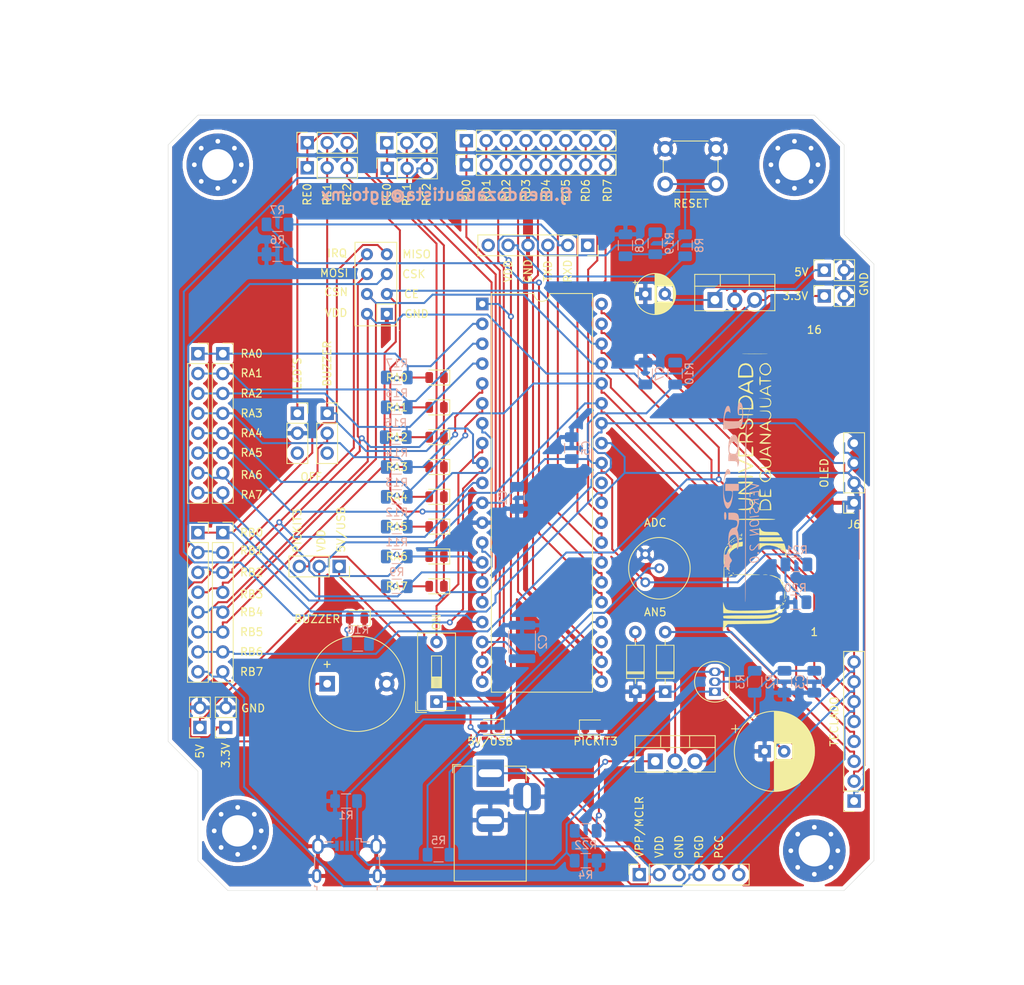
<source format=kicad_pcb>
(kicad_pcb (version 20171130) (host pcbnew "(5.1.8)-1")
  (layers (0 F.Cu signal) (31 B.Cu signal) (34 B.Paste user) (35 F.Paste user) (36 B.SilkS user) (37 F.SilkS user) (38 B.Mask user) (39 F.Mask user) (44 Edge.Cuts user))
  (net 0 "")
  (net 1 "Net-(BZ1-Pad1)")
  (net 2 GND)
  (net 3 VDD)
  (net 4 /3V3)
  (net 5 5V)
  (net 6 3.3v)
  (net 7 "Net-(C8-Pad1)")
  (net 8 "Net-(D3-Pad2)")
  (net 9 "Net-(D4-Pad2)")
  (net 10 "Net-(D5-Pad2)")
  (net 11 "Net-(D6-Pad2)")
  (net 12 "Net-(D7-Pad2)")
  (net 13 "Net-(D8-Pad2)")
  (net 14 "Net-(D9-Pad2)")
  (net 15 "Net-(D10-Pad2)")
  (net 16 "Net-(D11-Pad2)")
  (net 17 "Net-(D12-Pad2)")
  (net 18 /RA0)
  (net 19 /RA1)
  (net 20 /RA2)
  (net 21 /RA3)
  (net 22 /RA4)
  (net 23 /RA5)
  (net 24 /RA6)
  (net 25 /RA7)
  (net 26 /RB7)
  (net 27 /RB6)
  (net 28 /RB5)
  (net 29 /RB4)
  (net 30 /RB3)
  (net 31 /RB2)
  (net 32 /RB1)
  (net 33 /RB0)
  (net 34 /VUSB)
  (net 35 /RC4)
  (net 36 /RC5)
  (net 37 "Net-(J6-Pad3)")
  (net 38 /RD1)
  (net 39 /RD2)
  (net 40 /RD3)
  (net 41 /RD4)
  (net 42 /RD5)
  (net 43 /RD6)
  (net 44 /RD7)
  (net 45 "Net-(J6-Pad15)")
  (net 46 "Net-(J8-Pad6)")
  (net 47 /RC7)
  (net 48 /TX)
  (net 49 "Net-(J8-Pad1)")
  (net 50 /RD0)
  (net 51 /RC0)
  (net 52 /RC1)
  (net 53 /RC2)
  (net 54 /MCLR)
  (net 55 VPICKIT3)
  (net 56 /RE1)
  (net 57 /RE0)
  (net 58 /RE2)
  (net 59 "Net-(Q1-Pad2)")
  (net 60 /RC6)
  (net 61 "Net-(5v1-Pad3)")
  (net 62 "Net-(5v1-Pad2)")
  (net 63 "Net-(5v1-Pad1)")
  (net 64 "Net-(D13-Pad2)")
  (net 65 "Net-(J20-Pad3)")
  (net 66 "Net-(J21-Pad3)")
  (net 67 "Net-(RV1-Pad2)")
  (net 68 /GND1)
  (net 69 "Net-(J3-Pad4)")
  (net 70 "Net-(J3-Pad2)")
  (module Connector_USB:USB_Micro-B_Wuerth_629105150521 (layer B.Cu) (at 120.65 137.16 180)
    (fp_text reference J3 hide)
    (fp_text value USB_B_Micro)
    (pad "" np_thru_hole oval (at 2.5 0.8 180) (size 0.8 0.8) (drill 0.8) (layers *.Cu *.Mask))
    (pad "" np_thru_hole oval (at -2.5 0.8 180) (size 0.8 0.8) (drill 0.8) (layers *.Cu *.Mask))
    (pad 6 thru_hole oval (at 3.875 -1.95 180) (size 1.15 1.8) (drill oval 0.55 1.2) (layers *.Cu *.Mask) (net 2 GND))
    (pad 6 thru_hole oval (at -3.875 -1.95 180) (size 1.15 1.8) (drill oval 0.55 1.2) (layers *.Cu *.Mask) (net 2 GND))
    (pad 6 thru_hole oval (at 3.725 1.85 180) (size 1.45 2) (drill oval 0.85 1.4) (layers *.Cu *.Mask) (net 2 GND))
    (pad 6 thru_hole oval (at -3.725 1.85 180) (size 1.45 2) (drill oval 0.85 1.4) (layers *.Cu *.Mask) (net 2 GND))
    (pad 5 smd rect (at 1.3 1.9 180) (size 0.45 1.3) (layers B.Cu B.Paste B.Mask) (net 2 GND))
    (pad 4 smd rect (at 0.65 1.9 180) (size 0.45 1.3) (layers B.Cu B.Paste B.Mask) (net 69 "Net-(J3-Pad4)"))
    (pad 3 smd rect (at 0 1.9 180) (size 0.45 1.3) (layers B.Cu B.Paste B.Mask) (net 36 /RC5))
    (pad 2 smd rect (at -0.65 1.9 180) (size 0.45 1.3) (layers B.Cu B.Paste B.Mask) (net 70 "Net-(J3-Pad2)"))
    (pad 1 smd rect (at -1.3 1.9 180) (size 0.45 1.3) (layers B.Cu B.Paste B.Mask) (net 34 /VUSB))
  )
  (module Connector_PinSocket_2.54mm:PinSocket_1x04_P2.54mm_Vertical (layer F.Cu) (at 185.42 91.44 180)
    (fp_text reference J6 (at 0 -2.77) (layer F.SilkS))
    (fp_text value Conn_01x04)
    (pad 4 thru_hole oval (at 0 7.62 180) (size 1.7 1.7) (drill 1) (layers *.Cu *.Mask) (net 33 /RB0))
    (pad 3 thru_hole oval (at 0 5.08 180) (size 1.7 1.7) (drill 1) (layers *.Cu *.Mask) (net 32 /RB1))
    (pad 2 thru_hole oval (at 0 2.54 180) (size 1.7 1.7) (drill 1) (layers *.Cu *.Mask) (net 3 VDD))
    (pad 1 thru_hole rect (at 0 0 180) (size 1.7 1.7) (drill 1) (layers *.Cu *.Mask) (net 2 GND))
  )
  (module FIMEE:japic (layer B.Cu) (at 170.18 90.17 270)
    (fp_text reference JAPIC hide)
    (fp_text value LOGO hide)
  )
  (module FIMEE:abeja (layer F.Cu) (at 107.95 62.23 50)
    (fp_text reference G hide)
    (fp_text value LOGO hide)
  )
  (module RF_Module:nRF24L01_Breakout (layer F.Cu) (at 125.73 67.31 180)
    (fp_text reference U3 hide)
    (fp_text value NRF24L01_Breakout hide)
    (pad 1 thru_hole rect (at 0 0 180) (size 1.524 1.524) (drill 0.762) (layers *.Cu *.Mask) (net 2 GND))
    (pad 2 thru_hole circle (at 2.54 0 180) (size 1.524 1.524) (drill 0.762) (layers *.Cu *.Mask) (net 6 3.3v))
    (pad 3 thru_hole circle (at 0 2.54 180) (size 1.524 1.524) (drill 0.762) (layers *.Cu *.Mask) (net 28 /RB5))
    (pad 4 thru_hole circle (at 2.54 2.54 180) (size 1.524 1.524) (drill 0.762) (layers *.Cu *.Mask) (net 29 /RB4))
    (pad 5 thru_hole circle (at 0 5.08 180) (size 1.524 1.524) (drill 0.762) (layers *.Cu *.Mask) (net 32 /RB1))
    (pad 6 thru_hole circle (at 2.54 5.08 180) (size 1.524 1.524) (drill 0.762) (layers *.Cu *.Mask) (net 30 /RB3))
    (pad 7 thru_hole circle (at 0 7.62 180) (size 1.524 1.524) (drill 0.762) (layers *.Cu *.Mask) (net 33 /RB0))
    (pad 8 thru_hole circle (at 2.54 7.62 180) (size 1.524 1.524) (drill 0.762) (layers *.Cu *.Mask) (net 31 /RB2))
  )
  (module FIMEE:dicis (layer F.Cu) (at 172.72 90.17 90)
    (fp_text reference G*** hide)
    (fp_text value LOGO hide)
  )
  (module Buzzer_Beeper:Buzzer_12x9.5RM7.6 (layer F.Cu) (at 118.11 114.554)
    (fp_text reference BZ1 hide)
    (fp_text value Buzzer hide)
    (fp_text user + (at -0.01 -2.54) (layer F.SilkS))
    (pad 1 thru_hole rect (at 0 0) (size 2 2) (drill 1) (layers *.Cu *.Mask) (net 1 "Net-(BZ1-Pad1)"))
    (pad 2 thru_hole circle (at 7.6 0) (size 2 2) (drill 1) (layers *.Cu *.Mask) (net 2 GND))
  )
  (module Connector_PinSocket_2.54mm:PinSocket_1x08_P2.54mm_Vertical (layer F.Cu) (at 101.6 72.39)
    (fp_text reference J1 hide)
    (fp_text value PORTA hide)
    (pad 1 thru_hole rect (at 0 0) (size 1.7 1.7) (drill 1) (layers *.Cu *.Mask) (net 18 /RA0))
    (pad 2 thru_hole oval (at 0 2.54) (size 1.7 1.7) (drill 1) (layers *.Cu *.Mask) (net 19 /RA1))
    (pad 3 thru_hole oval (at 0 5.08) (size 1.7 1.7) (drill 1) (layers *.Cu *.Mask) (net 20 /RA2))
    (pad 4 thru_hole oval (at 0 7.62) (size 1.7 1.7) (drill 1) (layers *.Cu *.Mask) (net 21 /RA3))
    (pad 5 thru_hole oval (at 0 10.16) (size 1.7 1.7) (drill 1) (layers *.Cu *.Mask) (net 22 /RA4))
    (pad 6 thru_hole oval (at 0 12.7) (size 1.7 1.7) (drill 1) (layers *.Cu *.Mask) (net 23 /RA5))
    (pad 7 thru_hole oval (at 0 15.24) (size 1.7 1.7) (drill 1) (layers *.Cu *.Mask) (net 24 /RA6))
    (pad 8 thru_hole oval (at 0 17.78) (size 1.7 1.7) (drill 1) (layers *.Cu *.Mask) (net 25 /RA7))
  )
  (module Connector_PinSocket_2.54mm:PinSocket_1x08_P2.54mm_Vertical (layer F.Cu) (at 101.6 95.25)
    (fp_text reference J2 hide)
    (fp_text value PORTB hide)
    (pad 8 thru_hole oval (at 0 17.78) (size 1.7 1.7) (drill 1) (layers *.Cu *.Mask) (net 26 /RB7))
    (pad 7 thru_hole oval (at 0 15.24) (size 1.7 1.7) (drill 1) (layers *.Cu *.Mask) (net 27 /RB6))
    (pad 6 thru_hole oval (at 0 12.7) (size 1.7 1.7) (drill 1) (layers *.Cu *.Mask) (net 28 /RB5))
    (pad 5 thru_hole oval (at 0 10.16) (size 1.7 1.7) (drill 1) (layers *.Cu *.Mask) (net 29 /RB4))
    (pad 4 thru_hole oval (at 0 7.62) (size 1.7 1.7) (drill 1) (layers *.Cu *.Mask) (net 30 /RB3))
    (pad 3 thru_hole oval (at 0 5.08) (size 1.7 1.7) (drill 1) (layers *.Cu *.Mask) (net 31 /RB2))
    (pad 2 thru_hole oval (at 0 2.54) (size 1.7 1.7) (drill 1) (layers *.Cu *.Mask) (net 32 /RB1))
    (pad 1 thru_hole rect (at 0 0) (size 1.7 1.7) (drill 1) (layers *.Cu *.Mask) (net 33 /RB0))
  )
  (module Connector_BarrelJack:BarrelJack_Horizontal (layer F.Cu) (at 138.938 125.984 90)
    (fp_text reference J4 hide)
    (fp_text value Barrel_Jack_Switch hide)
    (pad 1 thru_hole rect (at 0 0 90) (size 3.5 3.5) (drill oval 1 3) (layers *.Cu *.Mask) (net 63 "Net-(5v1-Pad1)"))
    (pad 2 thru_hole roundrect (at -6 0 90) (size 3 3.5) (drill oval 1 3) (layers *.Cu *.Mask) (net 2 GND))
    (pad 3 thru_hole roundrect (at -3 4.7 90) (size 3.5 3.5) (drill oval 3 1) (layers *.Cu *.Mask) (net 2 GND))
  )
  (module Connector_PinSocket_2.54mm:PinSocket_1x08_P2.54mm_Vertical (layer F.Cu) (at 185.42 129.54 180)
    (fp_text reference J5 hide)
    (fp_text value TECLADO hide)
    (pad 8 thru_hole oval (at 0 17.78 180) (size 1.7 1.7) (drill 1) (layers *.Cu *.Mask) (net 26 /RB7))
    (pad 7 thru_hole oval (at 0 15.24 180) (size 1.7 1.7) (drill 1) (layers *.Cu *.Mask) (net 27 /RB6))
    (pad 6 thru_hole oval (at 0 12.7 180) (size 1.7 1.7) (drill 1) (layers *.Cu *.Mask) (net 28 /RB5))
    (pad 5 thru_hole oval (at 0 10.16 180) (size 1.7 1.7) (drill 1) (layers *.Cu *.Mask) (net 29 /RB4))
    (pad 4 thru_hole oval (at 0 7.62 180) (size 1.7 1.7) (drill 1) (layers *.Cu *.Mask) (net 30 /RB3))
    (pad 3 thru_hole oval (at 0 5.08 180) (size 1.7 1.7) (drill 1) (layers *.Cu *.Mask) (net 31 /RB2))
    (pad 2 thru_hole oval (at 0 2.54 180) (size 1.7 1.7) (drill 1) (layers *.Cu *.Mask) (net 32 /RB1))
    (pad 1 thru_hole rect (at 0 0 180) (size 1.7 1.7) (drill 1) (layers *.Cu *.Mask) (net 33 /RB0))
  )
  (module Connector_PinSocket_2.54mm:PinSocket_1x08_P2.54mm_Vertical (layer F.Cu) (at 104.775 72.39)
    (fp_text reference J7 hide)
    (fp_text value PORTA1 hide)
    (pad 1 thru_hole rect (at 0 0) (size 1.7 1.7) (drill 1) (layers *.Cu *.Mask) (net 18 /RA0))
    (pad 2 thru_hole oval (at 0 2.54) (size 1.7 1.7) (drill 1) (layers *.Cu *.Mask) (net 19 /RA1))
    (pad 3 thru_hole oval (at 0 5.08) (size 1.7 1.7) (drill 1) (layers *.Cu *.Mask) (net 20 /RA2))
    (pad 4 thru_hole oval (at 0 7.62) (size 1.7 1.7) (drill 1) (layers *.Cu *.Mask) (net 21 /RA3))
    (pad 5 thru_hole oval (at 0 10.16) (size 1.7 1.7) (drill 1) (layers *.Cu *.Mask) (net 22 /RA4))
    (pad 6 thru_hole oval (at 0 12.7) (size 1.7 1.7) (drill 1) (layers *.Cu *.Mask) (net 23 /RA5))
    (pad 7 thru_hole oval (at 0 15.24) (size 1.7 1.7) (drill 1) (layers *.Cu *.Mask) (net 24 /RA6))
    (pad 8 thru_hole oval (at 0 17.78) (size 1.7 1.7) (drill 1) (layers *.Cu *.Mask) (net 25 /RA7))
  )
  (module Connector_PinSocket_2.54mm:PinSocket_1x06_P2.54mm_Vertical (layer F.Cu) (at 151.384 58.547 270)
    (fp_text reference J8 hide)
    (fp_text value HC-05 hide)
    (pad 6 thru_hole oval (at 0 12.7 270) (size 1.7 1.7) (drill 1) (layers *.Cu *.Mask) (net 46 "Net-(J8-Pad6)"))
    (pad 5 thru_hole oval (at 0 10.16 270) (size 1.7 1.7) (drill 1) (layers *.Cu *.Mask) (net 3 VDD))
    (pad 4 thru_hole oval (at 0 7.62 270) (size 1.7 1.7) (drill 1) (layers *.Cu *.Mask) (net 2 GND))
    (pad 3 thru_hole oval (at 0 5.08 270) (size 1.7 1.7) (drill 1) (layers *.Cu *.Mask) (net 47 /RC7))
    (pad 2 thru_hole oval (at 0 2.54 270) (size 1.7 1.7) (drill 1) (layers *.Cu *.Mask) (net 48 /TX))
    (pad 1 thru_hole rect (at 0 0 270) (size 1.7 1.7) (drill 1) (layers *.Cu *.Mask) (net 49 "Net-(J8-Pad1)"))
  )
  (module Connector_PinSocket_2.54mm:PinSocket_1x08_P2.54mm_Vertical (layer F.Cu) (at 104.775 95.25)
    (fp_text reference J9 hide)
    (fp_text value PORTB1 hide)
    (pad 8 thru_hole oval (at 0 17.78) (size 1.7 1.7) (drill 1) (layers *.Cu *.Mask) (net 26 /RB7))
    (pad 7 thru_hole oval (at 0 15.24) (size 1.7 1.7) (drill 1) (layers *.Cu *.Mask) (net 27 /RB6))
    (pad 6 thru_hole oval (at 0 12.7) (size 1.7 1.7) (drill 1) (layers *.Cu *.Mask) (net 28 /RB5))
    (pad 5 thru_hole oval (at 0 10.16) (size 1.7 1.7) (drill 1) (layers *.Cu *.Mask) (net 29 /RB4))
    (pad 4 thru_hole oval (at 0 7.62) (size 1.7 1.7) (drill 1) (layers *.Cu *.Mask) (net 30 /RB3))
    (pad 3 thru_hole oval (at 0 5.08) (size 1.7 1.7) (drill 1) (layers *.Cu *.Mask) (net 31 /RB2))
    (pad 2 thru_hole oval (at 0 2.54) (size 1.7 1.7) (drill 1) (layers *.Cu *.Mask) (net 32 /RB1))
    (pad 1 thru_hole rect (at 0 0) (size 1.7 1.7) (drill 1) (layers *.Cu *.Mask) (net 33 /RB0))
  )
  (module Connector_PinSocket_2.54mm:PinSocket_1x08_P2.54mm_Vertical (layer F.Cu) (at 135.89 45.18 90)
    (fp_text reference J10 hide)
    (fp_text value PORTD hide)
    (pad 8 thru_hole oval (at 0 17.78 90) (size 1.7 1.7) (drill 1) (layers *.Cu *.Mask) (net 44 /RD7))
    (pad 7 thru_hole oval (at 0 15.24 90) (size 1.7 1.7) (drill 1) (layers *.Cu *.Mask) (net 43 /RD6))
    (pad 6 thru_hole oval (at 0 12.7 90) (size 1.7 1.7) (drill 1) (layers *.Cu *.Mask) (net 42 /RD5))
    (pad 5 thru_hole oval (at 0 10.16 90) (size 1.7 1.7) (drill 1) (layers *.Cu *.Mask) (net 41 /RD4))
    (pad 4 thru_hole oval (at 0 7.62 90) (size 1.7 1.7) (drill 1) (layers *.Cu *.Mask) (net 40 /RD3))
    (pad 3 thru_hole oval (at 0 5.08 90) (size 1.7 1.7) (drill 1) (layers *.Cu *.Mask) (net 39 /RD2))
    (pad 2 thru_hole oval (at 0 2.54 90) (size 1.7 1.7) (drill 1) (layers *.Cu *.Mask) (net 38 /RD1))
    (pad 1 thru_hole rect (at 0 0 90) (size 1.7 1.7) (drill 1) (layers *.Cu *.Mask) (net 50 /RD0))
  )
  (module Connector_PinSocket_2.54mm:PinSocket_1x08_P2.54mm_Vertical (layer F.Cu) (at 135.89 48.27 90)
    (fp_text reference J11 hide)
    (fp_text value PORTD1 hide)
    (pad 8 thru_hole oval (at 0 17.78 90) (size 1.7 1.7) (drill 1) (layers *.Cu *.Mask) (net 44 /RD7))
    (pad 7 thru_hole oval (at 0 15.24 90) (size 1.7 1.7) (drill 1) (layers *.Cu *.Mask) (net 43 /RD6))
    (pad 6 thru_hole oval (at 0 12.7 90) (size 1.7 1.7) (drill 1) (layers *.Cu *.Mask) (net 42 /RD5))
    (pad 5 thru_hole oval (at 0 10.16 90) (size 1.7 1.7) (drill 1) (layers *.Cu *.Mask) (net 41 /RD4))
    (pad 4 thru_hole oval (at 0 7.62 90) (size 1.7 1.7) (drill 1) (layers *.Cu *.Mask) (net 40 /RD3))
    (pad 3 thru_hole oval (at 0 5.08 90) (size 1.7 1.7) (drill 1) (layers *.Cu *.Mask) (net 39 /RD2))
    (pad 2 thru_hole oval (at 0 2.54 90) (size 1.7 1.7) (drill 1) (layers *.Cu *.Mask) (net 38 /RD1))
    (pad 1 thru_hole rect (at 0 0 90) (size 1.7 1.7) (drill 1) (layers *.Cu *.Mask) (net 50 /RD0))
  )
  (module Connector_PinSocket_2.54mm:PinSocket_1x06_P2.54mm_Vertical (layer F.Cu) (at 157.988 138.938 90)
    (fp_text reference J14 hide)
    (fp_text value PICKIT3 hide)
    (pad 1 thru_hole rect (at 0 0 90) (size 1.7 1.7) (drill 1) (layers *.Cu *.Mask) (net 54 /MCLR))
    (pad 2 thru_hole oval (at 0 2.54 90) (size 1.7 1.7) (drill 1) (layers *.Cu *.Mask) (net 55 VPICKIT3))
    (pad 3 thru_hole oval (at 0 5.08 90) (size 1.7 1.7) (drill 1) (layers *.Cu *.Mask) (net 2 GND))
    (pad 4 thru_hole oval (at 0 7.62 90) (size 1.7 1.7) (drill 1) (layers *.Cu *.Mask) (net 26 /RB7))
    (pad 5 thru_hole oval (at 0 10.16 90) (size 1.7 1.7) (drill 1) (layers *.Cu *.Mask) (net 27 /RB6))
    (pad 6 thru_hole oval (at 0 12.7 90) (size 1.7 1.7) (drill 1) (layers *.Cu *.Mask) (net 28 /RB5))
  )
  (module Package_DIP:DIP-40_W15.24mm (layer F.Cu) (at 137.922 66.04)
    (fp_text reference U1 hide)
    (fp_text value PIC18F45K50 hide)
    (pad 1 thru_hole rect (at 0 0) (size 1.6 1.6) (drill 0.8) (layers *.Cu *.Mask) (net 54 /MCLR))
    (pad 21 thru_hole oval (at 15.24 48.26) (size 1.6 1.6) (drill 0.8) (layers *.Cu *.Mask) (net 39 /RD2))
    (pad 2 thru_hole oval (at 0 2.54) (size 1.6 1.6) (drill 0.8) (layers *.Cu *.Mask) (net 18 /RA0))
    (pad 22 thru_hole oval (at 15.24 45.72) (size 1.6 1.6) (drill 0.8) (layers *.Cu *.Mask) (net 40 /RD3))
    (pad 3 thru_hole oval (at 0 5.08) (size 1.6 1.6) (drill 0.8) (layers *.Cu *.Mask) (net 19 /RA1))
    (pad 23 thru_hole oval (at 15.24 43.18) (size 1.6 1.6) (drill 0.8) (layers *.Cu *.Mask) (net 35 /RC4))
    (pad 4 thru_hole oval (at 0 7.62) (size 1.6 1.6) (drill 0.8) (layers *.Cu *.Mask) (net 20 /RA2))
    (pad 24 thru_hole oval (at 15.24 40.64) (size 1.6 1.6) (drill 0.8) (layers *.Cu *.Mask) (net 36 /RC5))
    (pad 5 thru_hole oval (at 0 10.16) (size 1.6 1.6) (drill 0.8) (layers *.Cu *.Mask) (net 21 /RA3))
    (pad 25 thru_hole oval (at 15.24 38.1) (size 1.6 1.6) (drill 0.8) (layers *.Cu *.Mask) (net 60 /RC6))
    (pad 6 thru_hole oval (at 0 12.7) (size 1.6 1.6) (drill 0.8) (layers *.Cu *.Mask) (net 22 /RA4))
    (pad 26 thru_hole oval (at 15.24 35.56) (size 1.6 1.6) (drill 0.8) (layers *.Cu *.Mask) (net 47 /RC7))
    (pad 7 thru_hole oval (at 0 15.24) (size 1.6 1.6) (drill 0.8) (layers *.Cu *.Mask) (net 23 /RA5))
    (pad 27 thru_hole oval (at 15.24 33.02) (size 1.6 1.6) (drill 0.8) (layers *.Cu *.Mask) (net 41 /RD4))
    (pad 8 thru_hole oval (at 0 17.78) (size 1.6 1.6) (drill 0.8) (layers *.Cu *.Mask) (net 57 /RE0))
    (pad 28 thru_hole oval (at 15.24 30.48) (size 1.6 1.6) (drill 0.8) (layers *.Cu *.Mask) (net 42 /RD5))
    (pad 9 thru_hole oval (at 0 20.32) (size 1.6 1.6) (drill 0.8) (layers *.Cu *.Mask) (net 56 /RE1))
    (pad 29 thru_hole oval (at 15.24 27.94) (size 1.6 1.6) (drill 0.8) (layers *.Cu *.Mask) (net 43 /RD6))
    (pad 10 thru_hole oval (at 0 22.86) (size 1.6 1.6) (drill 0.8) (layers *.Cu *.Mask) (net 58 /RE2))
    (pad 30 thru_hole oval (at 15.24 25.4) (size 1.6 1.6) (drill 0.8) (layers *.Cu *.Mask) (net 44 /RD7))
    (pad 11 thru_hole oval (at 0 25.4) (size 1.6 1.6) (drill 0.8) (layers *.Cu *.Mask) (net 3 VDD))
    (pad 31 thru_hole oval (at 15.24 22.86) (size 1.6 1.6) (drill 0.8) (layers *.Cu *.Mask) (net 2 GND))
    (pad 12 thru_hole oval (at 0 27.94) (size 1.6 1.6) (drill 0.8) (layers *.Cu *.Mask) (net 2 GND))
    (pad 32 thru_hole oval (at 15.24 20.32) (size 1.6 1.6) (drill 0.8) (layers *.Cu *.Mask) (net 3 VDD))
    (pad 13 thru_hole oval (at 0 30.48) (size 1.6 1.6) (drill 0.8) (layers *.Cu *.Mask) (net 25 /RA7))
    (pad 33 thru_hole oval (at 15.24 17.78) (size 1.6 1.6) (drill 0.8) (layers *.Cu *.Mask) (net 33 /RB0))
    (pad 14 thru_hole oval (at 0 33.02) (size 1.6 1.6) (drill 0.8) (layers *.Cu *.Mask) (net 24 /RA6))
    (pad 34 thru_hole oval (at 15.24 15.24) (size 1.6 1.6) (drill 0.8) (layers *.Cu *.Mask) (net 32 /RB1))
    (pad 15 thru_hole oval (at 0 35.56) (size 1.6 1.6) (drill 0.8) (layers *.Cu *.Mask) (net 51 /RC0))
    (pad 35 thru_hole oval (at 15.24 12.7) (size 1.6 1.6) (drill 0.8) (layers *.Cu *.Mask) (net 31 /RB2))
    (pad 16 thru_hole oval (at 0 38.1) (size 1.6 1.6) (drill 0.8) (layers *.Cu *.Mask) (net 52 /RC1))
    (pad 36 thru_hole oval (at 15.24 10.16) (size 1.6 1.6) (drill 0.8) (layers *.Cu *.Mask) (net 30 /RB3))
    (pad 17 thru_hole oval (at 0 40.64) (size 1.6 1.6) (drill 0.8) (layers *.Cu *.Mask) (net 53 /RC2))
    (pad 37 thru_hole oval (at 15.24 7.62) (size 1.6 1.6) (drill 0.8) (layers *.Cu *.Mask) (net 29 /RB4))
    (pad 18 thru_hole oval (at 0 43.18) (size 1.6 1.6) (drill 0.8) (layers *.Cu *.Mask) (net 4 /3V3))
    (pad 38 thru_hole oval (at 15.24 5.08) (size 1.6 1.6) (drill 0.8) (layers *.Cu *.Mask) (net 28 /RB5))
    (pad 19 thru_hole oval (at 0 45.72) (size 1.6 1.6) (drill 0.8) (layers *.Cu *.Mask) (net 50 /RD0))
    (pad 39 thru_hole oval (at 15.24 2.54) (size 1.6 1.6) (drill 0.8) (layers *.Cu *.Mask) (net 27 /RB6))
    (pad 20 thru_hole oval (at 0 48.26) (size 1.6 1.6) (drill 0.8) (layers *.Cu *.Mask) (net 38 /RD1))
    (pad 40 thru_hole oval (at 15.24 0) (size 1.6 1.6) (drill 0.8) (layers *.Cu *.Mask) (net 26 /RB7))
  )
  (module Package_TO_SOT_THT:TO-220-3_Vertical (layer F.Cu) (at 167.64 65.532)
    (fp_text reference 3.3v1 hide)
    (fp_text value L7805 hide)
    (pad 3 thru_hole oval (at 5.08 0) (size 1.905 2) (drill 1.1) (layers *.Cu *.Mask) (net 6 3.3v))
    (pad 2 thru_hole oval (at 2.54 0) (size 1.905 2) (drill 1.1) (layers *.Cu *.Mask) (net 2 GND))
    (pad 1 thru_hole rect (at 0 0) (size 1.905 2) (drill 1.1) (layers *.Cu *.Mask) (net 3 VDD))
  )
  (module Package_TO_SOT_THT:TO-220-3_Vertical (layer F.Cu) (at 160.02 124.46)
    (fp_text reference 5v1 hide)
    (fp_text value L7805 hide)
    (pad 1 thru_hole rect (at 0 0) (size 1.905 2) (drill 1.1) (layers *.Cu *.Mask) (net 63 "Net-(5v1-Pad1)"))
    (pad 2 thru_hole oval (at 2.54 0) (size 1.905 2) (drill 1.1) (layers *.Cu *.Mask) (net 62 "Net-(5v1-Pad2)"))
    (pad 3 thru_hole oval (at 5.08 0) (size 1.905 2) (drill 1.1) (layers *.Cu *.Mask) (net 61 "Net-(5v1-Pad3)"))
  )
  (module Capacitor_SMD:C_1206_3216Metric (layer B.Cu) (at 142.367 90.805 270)
    (fp_text reference C1 (at 0 1.82 270) (layer B.SilkS) (effects (justify mirror)))
    (fp_text value 100nf hide)
    (pad 2 smd roundrect (at 1.4 0 270) (size 1.25 1.75) (layers B.Cu B.Paste B.Mask) (roundrect_rratio 0.2) (net 2 GND))
    (pad 1 smd roundrect (at -1.4 0 270) (size 1.25 1.75) (layers B.Cu B.Paste B.Mask) (roundrect_rratio 0.2) (net 3 VDD))
  )
  (module Capacitor_SMD:C_1812_4532Metric (layer B.Cu) (at 143.002 109.22 90)
    (fp_text reference C2 (at 0 2.65 90) (layer B.SilkS) (effects (justify mirror)))
    (fp_text value 220nf hide)
    (pad 1 smd roundrect (at -2.1375 0 90) (size 1.125 3.4) (layers B.Cu B.Paste B.Mask) (roundrect_rratio 0.222222) (net 4 /3V3))
    (pad 2 smd roundrect (at 2.1375 0 90) (size 1.125 3.4) (layers B.Cu B.Paste B.Mask) (roundrect_rratio 0.222222) (net 2 GND))
  )
  (module Capacitor_SMD:C_1206_3216Metric (layer B.Cu) (at 180.34 114.3 270)
    (fp_text reference C3 (at 0 1.82 90) (layer B.SilkS) (effects (justify mirror)))
    (fp_text value 100nf hide)
    (pad 2 smd roundrect (at 1.4 0 270) (size 1.25 1.75) (layers B.Cu B.Paste B.Mask) (roundrect_rratio 0.2) (net 2 GND))
    (pad 1 smd roundrect (at -1.4 0 270) (size 1.25 1.75) (layers B.Cu B.Paste B.Mask) (roundrect_rratio 0.2) (net 61 "Net-(5v1-Pad3)"))
  )
  (module Capacitor_THT:CP_Radial_D10.0mm_P2.50mm (layer F.Cu) (at 173.99 123.19)
    (fp_text reference C4 hide)
    (fp_text value 220uf hide)
    (pad 1 thru_hole rect (at 0 0) (size 1.6 1.6) (drill 0.8) (layers *.Cu *.Mask) (net 2 GND))
    (pad 2 thru_hole circle (at 2.5 0) (size 1.6 1.6) (drill 0.8) (layers *.Cu *.Mask) (net 5 5V))
  )
  (module Capacitor_SMD:C_1206_3216Metric (layer B.Cu) (at 149.352 84.455 90)
    (fp_text reference C5 (at 0 1.82 90) (layer B.SilkS) (effects (justify mirror)))
    (fp_text value 100nf hide)
    (pad 1 smd roundrect (at -1.4 0 90) (size 1.25 1.75) (layers B.Cu B.Paste B.Mask) (roundrect_rratio 0.2) (net 3 VDD))
    (pad 2 smd roundrect (at 1.4 0 90) (size 1.25 1.75) (layers B.Cu B.Paste B.Mask) (roundrect_rratio 0.2) (net 2 GND))
  )
  (module Capacitor_SMD:C_1206_3216Metric (layer B.Cu) (at 158.75 74.93 90)
    (fp_text reference C7 (at 0 1.82 90) (layer B.SilkS) (effects (justify mirror)))
    (fp_text value 100nf hide)
    (pad 1 smd roundrect (at -1.4 0 90) (size 1.25 1.75) (layers B.Cu B.Paste B.Mask) (roundrect_rratio 0.2) (net 6 3.3v))
    (pad 2 smd roundrect (at 1.4 0 90) (size 1.25 1.75) (layers B.Cu B.Paste B.Mask) (roundrect_rratio 0.2) (net 2 GND))
  )
  (module Capacitor_SMD:C_1206_3216Metric (layer B.Cu) (at 156.21 58.55 90)
    (fp_text reference C8 (at 0 1.82 90) (layer B.SilkS) (effects (justify mirror)))
    (fp_text value 100nf hide)
    (pad 1 smd roundrect (at -1.4 0 90) (size 1.25 1.75) (layers B.Cu B.Paste B.Mask) (roundrect_rratio 0.2) (net 7 "Net-(C8-Pad1)"))
    (pad 2 smd roundrect (at 1.4 0 90) (size 1.25 1.75) (layers B.Cu B.Paste B.Mask) (roundrect_rratio 0.2) (net 2 GND))
  )
  (module Diode_THT:D_DO-35_SOD27_P7.62mm_Horizontal (layer F.Cu) (at 157.48 115.57 90)
    (fp_text reference D1 hide)
    (fp_text value 1N4148 hide)
    (pad 1 thru_hole rect (at 0 0 90) (size 1.6 1.6) (drill 0.8) (layers *.Cu *.Mask) (net 2 GND))
    (pad 2 thru_hole oval (at 7.62 0 90) (size 1.6 1.6) (drill 0.8) (layers *.Cu *.Mask) (net 62 "Net-(5v1-Pad2)"))
  )
  (module Diode_THT:D_DO-35_SOD27_P7.62mm_Horizontal (layer F.Cu) (at 161.29 115.57 90)
    (fp_text reference D2 hide)
    (fp_text value 1N4148 hide)
    (pad 2 thru_hole oval (at 7.62 0 90) (size 1.6 1.6) (drill 0.8) (layers *.Cu *.Mask) (net 61 "Net-(5v1-Pad3)"))
    (pad 1 thru_hole rect (at 0 0 90) (size 1.6 1.6) (drill 0.8) (layers *.Cu *.Mask) (net 5 5V))
  )
  (module LED_SMD:LED_0805_2012Metric (layer F.Cu) (at 139.065 120.09 180)
    (fp_text reference D3 hide)
    (fp_text value LED hide)
    (pad 2 smd roundrect (at 0.9375 0 180) (size 0.975 1.4) (layers F.Cu F.Paste F.Mask) (net 8 "Net-(D3-Pad2)"))
    (pad 1 smd roundrect (at -0.9375 0 180) (size 0.975 1.4) (layers F.Cu F.Paste F.Mask) (net 2 GND))
  )
  (module LED_SMD:LED_0805_2012Metric (layer F.Cu) (at 132.08 102.108 180)
    (fp_text reference D4 hide)
    (fp_text value LED hide)
    (pad 2 smd roundrect (at 0.9375 0 180) (size 0.975 1.4) (layers F.Cu F.Paste F.Mask) (net 9 "Net-(D4-Pad2)"))
    (pad 1 smd roundrect (at -0.9375 0 180) (size 0.975 1.4) (layers F.Cu F.Paste F.Mask) (net 68 /GND1))
  )
  (module LED_SMD:LED_0805_2012Metric (layer F.Cu) (at 132.08 98.298 180)
    (fp_text reference D5 hide)
    (fp_text value LED hide)
    (pad 1 smd roundrect (at -0.9375 0 180) (size 0.975 1.4) (layers F.Cu F.Paste F.Mask) (net 68 /GND1))
    (pad 2 smd roundrect (at 0.9375 0 180) (size 0.975 1.4) (layers F.Cu F.Paste F.Mask) (net 10 "Net-(D5-Pad2)"))
  )
  (module LED_SMD:LED_0805_2012Metric (layer F.Cu) (at 132.08 94.488 180)
    (fp_text reference D6 hide)
    (fp_text value LED hide)
    (pad 1 smd roundrect (at -0.9375 0 180) (size 0.975 1.4) (layers F.Cu F.Paste F.Mask) (net 68 /GND1))
    (pad 2 smd roundrect (at 0.9375 0 180) (size 0.975 1.4) (layers F.Cu F.Paste F.Mask) (net 11 "Net-(D6-Pad2)"))
  )
  (module LED_SMD:LED_0805_2012Metric (layer F.Cu) (at 132.08 90.678 180)
    (fp_text reference D7 hide)
    (fp_text value LED hide)
    (pad 1 smd roundrect (at -0.9375 0 180) (size 0.975 1.4) (layers F.Cu F.Paste F.Mask) (net 68 /GND1))
    (pad 2 smd roundrect (at 0.9375 0 180) (size 0.975 1.4) (layers F.Cu F.Paste F.Mask) (net 12 "Net-(D7-Pad2)"))
  )
  (module LED_SMD:LED_0805_2012Metric (layer F.Cu) (at 132.08 86.868 180)
    (fp_text reference D8 hide)
    (fp_text value LED hide)
    (pad 1 smd roundrect (at -0.9375 0 180) (size 0.975 1.4) (layers F.Cu F.Paste F.Mask) (net 68 /GND1))
    (pad 2 smd roundrect (at 0.9375 0 180) (size 0.975 1.4) (layers F.Cu F.Paste F.Mask) (net 13 "Net-(D8-Pad2)"))
  )
  (module LED_SMD:LED_0805_2012Metric (layer F.Cu) (at 132.08 83.058 180)
    (fp_text reference D9 hide)
    (fp_text value LED hide)
    (pad 1 smd roundrect (at -0.9375 0 180) (size 0.975 1.4) (layers F.Cu F.Paste F.Mask) (net 68 /GND1))
    (pad 2 smd roundrect (at 0.9375 0 180) (size 0.975 1.4) (layers F.Cu F.Paste F.Mask) (net 14 "Net-(D9-Pad2)"))
  )
  (module LED_SMD:LED_0805_2012Metric (layer F.Cu) (at 132.08 79.248 180)
    (fp_text reference D10 hide)
    (fp_text value LED hide)
    (pad 2 smd roundrect (at 0.9375 0 180) (size 0.975 1.4) (layers F.Cu F.Paste F.Mask) (net 15 "Net-(D10-Pad2)"))
    (pad 1 smd roundrect (at -0.9375 0 180) (size 0.975 1.4) (layers F.Cu F.Paste F.Mask) (net 68 /GND1))
  )
  (module LED_SMD:LED_0805_2012Metric (layer F.Cu) (at 132.08 75.438 180)
    (fp_text reference D11 hide)
    (fp_text value LED hide)
    (pad 2 smd roundrect (at 0.9375 0 180) (size 0.975 1.4) (layers F.Cu F.Paste F.Mask) (net 16 "Net-(D11-Pad2)"))
    (pad 1 smd roundrect (at -0.9375 0 180) (size 0.975 1.4) (layers F.Cu F.Paste F.Mask) (net 68 /GND1))
  )
  (module LED_SMD:LED_0805_2012Metric (layer F.Cu) (at 121.92 106.172 180)
    (fp_text reference D12 hide)
    (fp_text value LED hide)
    (pad 2 smd roundrect (at 0.9375 0 180) (size 0.975 1.4) (layers F.Cu F.Paste F.Mask) (net 17 "Net-(D12-Pad2)"))
    (pad 1 smd roundrect (at -0.9375 0 180) (size 0.975 1.4) (layers F.Cu F.Paste F.Mask) (net 2 GND))
  )
  (module Connector_PinSocket_2.54mm:PinSocket_1x03_P2.54mm_Vertical (layer F.Cu) (at 119.634 99.568 270)
    (fp_text reference J15 hide)
    (fp_text value CONTROL hide)
    (pad 1 thru_hole rect (at 0 0 270) (size 1.7 1.7) (drill 1) (layers *.Cu *.Mask) (net 5 5V))
    (pad 2 thru_hole oval (at 0 2.54 270) (size 1.7 1.7) (drill 1) (layers *.Cu *.Mask) (net 3 VDD))
    (pad 3 thru_hole oval (at 0 5.08 270) (size 1.7 1.7) (drill 1) (layers *.Cu *.Mask) (net 55 VPICKIT3))
  )
  (module Connector_PinSocket_2.54mm:PinSocket_1x02_P2.54mm_Vertical (layer F.Cu) (at 181.61 61.722 90)
    (fp_text reference J16 hide)
    (fp_text value 5V hide)
    (pad 2 thru_hole oval (at 0 2.54 90) (size 1.7 1.7) (drill 1) (layers *.Cu *.Mask) (net 2 GND))
    (pad 1 thru_hole rect (at 0 0 90) (size 1.7 1.7) (drill 1) (layers *.Cu *.Mask) (net 3 VDD))
  )
  (module Connector_PinSocket_2.54mm:PinSocket_1x02_P2.54mm_Vertical (layer F.Cu) (at 181.61 65.024 90)
    (fp_text reference J17 hide)
    (fp_text value 3.3V hide)
    (pad 1 thru_hole rect (at 0 0 90) (size 1.7 1.7) (drill 1) (layers *.Cu *.Mask) (net 6 3.3v))
    (pad 2 thru_hole oval (at 0 2.54 90) (size 1.7 1.7) (drill 1) (layers *.Cu *.Mask) (net 2 GND))
  )
  (module Connector_PinSocket_2.54mm:PinSocket_1x02_P2.54mm_Vertical (layer F.Cu) (at 101.854 120.142 180)
    (fp_text reference J18 hide)
    (fp_text value 5V hide)
    (pad 1 thru_hole rect (at 0 0 180) (size 1.7 1.7) (drill 1) (layers *.Cu *.Mask) (net 3 VDD))
    (pad 2 thru_hole oval (at 0 2.54 180) (size 1.7 1.7) (drill 1) (layers *.Cu *.Mask) (net 2 GND))
  )
  (module Connector_PinSocket_2.54mm:PinSocket_1x02_P2.54mm_Vertical (layer F.Cu) (at 105.156 120.142 180)
    (fp_text reference J19 hide)
    (fp_text value 3.3V hide)
    (pad 2 thru_hole oval (at 0 2.54 180) (size 1.7 1.7) (drill 1) (layers *.Cu *.Mask) (net 2 GND))
    (pad 1 thru_hole rect (at 0 0 180) (size 1.7 1.7) (drill 1) (layers *.Cu *.Mask) (net 6 3.3v))
  )
  (module Connector_PinSocket_2.54mm:PinSocket_1x03_P2.54mm_Vertical (layer F.Cu) (at 115.57 48.65 90)
    (fp_text reference J22 hide)
    (fp_text value PORTE hide)
    (pad 1 thru_hole rect (at 0 0 90) (size 1.7 1.7) (drill 1) (layers *.Cu *.Mask) (net 57 /RE0))
    (pad 2 thru_hole oval (at 0 2.54 90) (size 1.7 1.7) (drill 1) (layers *.Cu *.Mask) (net 56 /RE1))
    (pad 3 thru_hole oval (at 0 5.08 90) (size 1.7 1.7) (drill 1) (layers *.Cu *.Mask) (net 58 /RE2))
  )
  (module Connector_PinSocket_2.54mm:PinSocket_1x03_P2.54mm_Vertical (layer F.Cu) (at 115.57 45.45 90)
    (fp_text reference J23 hide)
    (fp_text value PORTE1 hide)
    (pad 3 thru_hole oval (at 0 5.08 90) (size 1.7 1.7) (drill 1) (layers *.Cu *.Mask) (net 58 /RE2))
    (pad 2 thru_hole oval (at 0 2.54 90) (size 1.7 1.7) (drill 1) (layers *.Cu *.Mask) (net 56 /RE1))
    (pad 1 thru_hole rect (at 0 0 90) (size 1.7 1.7) (drill 1) (layers *.Cu *.Mask) (net 57 /RE0))
  )
  (module Package_TO_SOT_THT:TO-92_Inline (layer F.Cu) (at 167.64 115.57 90)
    (fp_text reference Q1 hide)
    (fp_text value 2N3906 hide)
    (pad 2 thru_hole oval (at 1.27 0 90) (size 1.05 1.5) (drill 0.75) (layers *.Cu *.Mask) (net 59 "Net-(Q1-Pad2)"))
    (pad 3 thru_hole oval (at 2.54 0 90) (size 1.05 1.5) (drill 0.75) (layers *.Cu *.Mask) (net 5 5V))
    (pad 1 thru_hole rect (at 0 0 90) (size 1.05 1.5) (drill 0.75) (layers *.Cu *.Mask) (net 34 /VUSB))
  )
  (module Resistor_SMD:R_1206_3216Metric (layer B.Cu) (at 120.52 129.54)
    (fp_text reference R1 (at 0 1.82) (layer B.SilkS) (effects (justify mirror)))
    (fp_text value 10K hide)
    (pad 2 smd roundrect (at 1.4 0) (size 1.25 1.75) (layers B.Cu B.Paste B.Mask) (roundrect_rratio 0.2) (net 34 /VUSB))
    (pad 1 smd roundrect (at -1.4 0) (size 1.25 1.75) (layers B.Cu B.Paste B.Mask) (roundrect_rratio 0.2) (net 2 GND))
  )
  (module Resistor_SMD:R_1206_3216Metric (layer B.Cu) (at 176.53 114.3 270)
    (fp_text reference R2 (at 0 1.82 270) (layer B.SilkS) (effects (justify mirror)))
    (fp_text value 5.6k hide)
    (pad 2 smd roundrect (at 1.4 0 270) (size 1.25 1.75) (layers B.Cu B.Paste B.Mask) (roundrect_rratio 0.2) (net 2 GND))
    (pad 1 smd roundrect (at -1.4 0 270) (size 1.25 1.75) (layers B.Cu B.Paste B.Mask) (roundrect_rratio 0.2) (net 61 "Net-(5v1-Pad3)"))
  )
  (module Resistor_SMD:R_1206_3216Metric (layer B.Cu) (at 172.72 114.3 270)
    (fp_text reference R3 (at 0 1.82 90) (layer B.SilkS) (effects (justify mirror)))
    (fp_text value 5.6k hide)
    (pad 2 smd roundrect (at 1.4 0 270) (size 1.25 1.75) (layers B.Cu B.Paste B.Mask) (roundrect_rratio 0.2) (net 61 "Net-(5v1-Pad3)"))
    (pad 1 smd roundrect (at -1.4 0 270) (size 1.25 1.75) (layers B.Cu B.Paste B.Mask) (roundrect_rratio 0.2) (net 59 "Net-(Q1-Pad2)"))
  )
  (module Resistor_SMD:R_1206_3216Metric (layer B.Cu) (at 151.13 137.16)
    (fp_text reference R4 (at 0 1.82) (layer B.SilkS) (effects (justify mirror)))
    (fp_text value 10k hide)
    (pad 2 smd roundrect (at 1.4 0) (size 1.25 1.75) (layers B.Cu B.Paste B.Mask) (roundrect_rratio 0.2) (net 2 GND))
    (pad 1 smd roundrect (at -1.4 0) (size 1.25 1.75) (layers B.Cu B.Paste B.Mask) (roundrect_rratio 0.2) (net 34 /VUSB))
  )
  (module Resistor_SMD:R_1206_3216Metric (layer B.Cu) (at 132.334 136.398 180)
    (fp_text reference R5 (at 0 1.82) (layer B.SilkS) (effects (justify mirror)))
    (fp_text value 470 hide)
    (pad 1 smd roundrect (at -1.4 0 180) (size 1.25 1.75) (layers B.Cu B.Paste B.Mask) (roundrect_rratio 0.2) (net 8 "Net-(D3-Pad2)"))
    (pad 2 smd roundrect (at 1.4 0 180) (size 1.25 1.75) (layers B.Cu B.Paste B.Mask) (roundrect_rratio 0.2) (net 5 5V))
  )
  (module Resistor_SMD:R_1206_3216Metric (layer B.Cu) (at 111.76 59.69 180)
    (fp_text reference R6 (at 0 1.82) (layer B.SilkS) (effects (justify mirror)))
    (fp_text value 2K hide)
    (pad 2 smd roundrect (at 1.4 0 180) (size 1.25 1.75) (layers B.Cu B.Paste B.Mask) (roundrect_rratio 0.2) (net 2 GND))
    (pad 1 smd roundrect (at -1.4 0 180) (size 1.25 1.75) (layers B.Cu B.Paste B.Mask) (roundrect_rratio 0.2) (net 60 /RC6))
  )
  (module Resistor_SMD:R_1206_3216Metric (layer B.Cu) (at 111.76 55.88 180)
    (fp_text reference R7 (at 0 1.82) (layer B.SilkS) (effects (justify mirror)))
    (fp_text value 1K hide)
    (pad 1 smd roundrect (at -1.4 0 180) (size 1.25 1.75) (layers B.Cu B.Paste B.Mask) (roundrect_rratio 0.2) (net 48 /TX))
    (pad 2 smd roundrect (at 1.4 0 180) (size 1.25 1.75) (layers B.Cu B.Paste B.Mask) (roundrect_rratio 0.2) (net 60 /RC6))
  )
  (module Resistor_SMD:R_1206_3216Metric (layer B.Cu) (at 163.83 58.55 90)
    (fp_text reference R8 (at 0 1.82 270) (layer B.SilkS) (effects (justify mirror)))
    (fp_text value 10k hide)
    (pad 1 smd roundrect (at -1.4 0 90) (size 1.25 1.75) (layers B.Cu B.Paste B.Mask) (roundrect_rratio 0.2) (net 3 VDD))
    (pad 2 smd roundrect (at 1.4 0 90) (size 1.25 1.75) (layers B.Cu B.Paste B.Mask) (roundrect_rratio 0.2) (net 7 "Net-(C8-Pad1)"))
  )
  (module Resistor_SMD:R_1206_3216Metric (layer B.Cu) (at 127 102.108 180)
    (fp_text reference R9 (at 0 1.82) (layer B.SilkS) (effects (justify mirror)))
    (fp_text value 220 hide)
    (pad 2 smd roundrect (at 1.4 0 180) (size 1.25 1.75) (layers B.Cu B.Paste B.Mask) (roundrect_rratio 0.2) (net 9 "Net-(D4-Pad2)"))
    (pad 1 smd roundrect (at -1.4 0 180) (size 1.25 1.75) (layers B.Cu B.Paste B.Mask) (roundrect_rratio 0.2) (net 25 /RA7))
  )
  (module Resistor_SMD:R_1206_3216Metric (layer B.Cu) (at 162.56 74.93 90)
    (fp_text reference R10 (at 0 1.82 90) (layer B.SilkS) (effects (justify mirror)))
    (fp_text value 220 hide)
    (pad 2 smd roundrect (at 1.4 0 90) (size 1.25 1.75) (layers B.Cu B.Paste B.Mask) (roundrect_rratio 0.2) (net 45 "Net-(J6-Pad15)"))
    (pad 1 smd roundrect (at -1.4 0 90) (size 1.25 1.75) (layers B.Cu B.Paste B.Mask) (roundrect_rratio 0.2) (net 3 VDD))
  )
  (module Resistor_SMD:R_1206_3216Metric (layer B.Cu) (at 127 98.298 180)
    (fp_text reference R11 (at 0 1.82) (layer B.SilkS) (effects (justify mirror)))
    (fp_text value 220 hide)
    (pad 1 smd roundrect (at -1.4 0 180) (size 1.25 1.75) (layers B.Cu B.Paste B.Mask) (roundrect_rratio 0.2) (net 24 /RA6))
    (pad 2 smd roundrect (at 1.4 0 180) (size 1.25 1.75) (layers B.Cu B.Paste B.Mask) (roundrect_rratio 0.2) (net 10 "Net-(D5-Pad2)"))
  )
  (module Resistor_SMD:R_1206_3216Metric (layer B.Cu) (at 127 94.488 180)
    (fp_text reference R12 (at 0 1.82) (layer B.SilkS) (effects (justify mirror)))
    (fp_text value 220 hide)
    (pad 2 smd roundrect (at 1.4 0 180) (size 1.25 1.75) (layers B.Cu B.Paste B.Mask) (roundrect_rratio 0.2) (net 11 "Net-(D6-Pad2)"))
    (pad 1 smd roundrect (at -1.4 0 180) (size 1.25 1.75) (layers B.Cu B.Paste B.Mask) (roundrect_rratio 0.2) (net 23 /RA5))
  )
  (module Resistor_SMD:R_1206_3216Metric (layer B.Cu) (at 127 90.678 180)
    (fp_text reference R13 (at 0 1.82) (layer B.SilkS) (effects (justify mirror)))
    (fp_text value 220 hide)
    (pad 1 smd roundrect (at -1.4 0 180) (size 1.25 1.75) (layers B.Cu B.Paste B.Mask) (roundrect_rratio 0.2) (net 22 /RA4))
    (pad 2 smd roundrect (at 1.4 0 180) (size 1.25 1.75) (layers B.Cu B.Paste B.Mask) (roundrect_rratio 0.2) (net 12 "Net-(D7-Pad2)"))
  )
  (module Resistor_SMD:R_1206_3216Metric (layer B.Cu) (at 127 86.868 180)
    (fp_text reference R14 (at 0 1.82) (layer B.SilkS) (effects (justify mirror)))
    (fp_text value 220 hide)
    (pad 2 smd roundrect (at 1.4 0 180) (size 1.25 1.75) (layers B.Cu B.Paste B.Mask) (roundrect_rratio 0.2) (net 13 "Net-(D8-Pad2)"))
    (pad 1 smd roundrect (at -1.4 0 180) (size 1.25 1.75) (layers B.Cu B.Paste B.Mask) (roundrect_rratio 0.2) (net 21 /RA3))
  )
  (module Resistor_SMD:R_1206_3216Metric (layer B.Cu) (at 126.87 83.058 180)
    (fp_text reference R15 (at 0 1.82) (layer B.SilkS) (effects (justify mirror)))
    (fp_text value 220 hide)
    (pad 2 smd roundrect (at 1.4 0 180) (size 1.25 1.75) (layers B.Cu B.Paste B.Mask) (roundrect_rratio 0.2) (net 14 "Net-(D9-Pad2)"))
    (pad 1 smd roundrect (at -1.4 0 180) (size 1.25 1.75) (layers B.Cu B.Paste B.Mask) (roundrect_rratio 0.2) (net 20 /RA2))
  )
  (module Resistor_SMD:R_1206_3216Metric (layer B.Cu) (at 127 79.248 180)
    (fp_text reference R16 (at 0 1.82) (layer B.SilkS) (effects (justify mirror)))
    (fp_text value 220 hide)
    (pad 1 smd roundrect (at -1.4 0 180) (size 1.25 1.75) (layers B.Cu B.Paste B.Mask) (roundrect_rratio 0.2) (net 19 /RA1))
    (pad 2 smd roundrect (at 1.4 0 180) (size 1.25 1.75) (layers B.Cu B.Paste B.Mask) (roundrect_rratio 0.2) (net 15 "Net-(D10-Pad2)"))
  )
  (module Resistor_SMD:R_1206_3216Metric (layer B.Cu) (at 127 75.438 180)
    (fp_text reference R17 (at 0 1.82) (layer B.SilkS) (effects (justify mirror)))
    (fp_text value 220 hide)
    (pad 1 smd roundrect (at -1.4 0 180) (size 1.25 1.75) (layers B.Cu B.Paste B.Mask) (roundrect_rratio 0.2) (net 18 /RA0))
    (pad 2 smd roundrect (at 1.4 0 180) (size 1.25 1.75) (layers B.Cu B.Paste B.Mask) (roundrect_rratio 0.2) (net 16 "Net-(D11-Pad2)"))
  )
  (module Resistor_SMD:R_1206_3216Metric (layer B.Cu) (at 122.044 109.474 180)
    (fp_text reference R18 (at 0 1.82) (layer B.SilkS) (effects (justify mirror)))
    (fp_text value 220 hide)
    (pad 1 smd roundrect (at -1.4 0 180) (size 1.25 1.75) (layers B.Cu B.Paste B.Mask) (roundrect_rratio 0.2) (net 56 /RE1))
    (pad 2 smd roundrect (at 1.4 0 180) (size 1.25 1.75) (layers B.Cu B.Paste B.Mask) (roundrect_rratio 0.2) (net 17 "Net-(D12-Pad2)"))
  )
  (module Resistor_SMD:R_1206_3216Metric (layer B.Cu) (at 160.02 58.29 90)
    (fp_text reference R19 (at 0 1.82 270) (layer B.SilkS) (effects (justify mirror)))
    (fp_text value 470 hide)
    (pad 1 smd roundrect (at -1.4 0 90) (size 1.25 1.75) (layers B.Cu B.Paste B.Mask) (roundrect_rratio 0.2) (net 7 "Net-(C8-Pad1)"))
    (pad 2 smd roundrect (at 1.4 0 90) (size 1.25 1.75) (layers B.Cu B.Paste B.Mask) (roundrect_rratio 0.2) (net 54 /MCLR))
  )
  (module Resistor_SMD:R_1206_3216Metric (layer B.Cu) (at 177.93 104.14 180)
    (fp_text reference R20 (at 0 1.82) (layer B.SilkS) (effects (justify mirror)))
    (fp_text value 220 hide)
    (pad 1 smd roundrect (at -1.4 0 180) (size 1.25 1.75) (layers B.Cu B.Paste B.Mask) (roundrect_rratio 0.2) (net 37 "Net-(J6-Pad3)"))
    (pad 2 smd roundrect (at 1.4 0 180) (size 1.25 1.75) (layers B.Cu B.Paste B.Mask) (roundrect_rratio 0.2) (net 2 GND))
  )
  (module Resistor_SMD:R_1206_3216Metric (layer B.Cu) (at 178.054 99.314 180)
    (fp_text reference R21 (at 0 1.82) (layer B.SilkS) (effects (justify mirror)))
    (fp_text value 1k hide)
    (pad 1 smd roundrect (at -1.4 0 180) (size 1.25 1.75) (layers B.Cu B.Paste B.Mask) (roundrect_rratio 0.2) (net 3 VDD))
    (pad 2 smd roundrect (at 1.4 0 180) (size 1.25 1.75) (layers B.Cu B.Paste B.Mask) (roundrect_rratio 0.2) (net 37 "Net-(J6-Pad3)"))
  )
  (module Button_Switch_THT:SW_PUSH_6mm (layer F.Cu) (at 161.29 46.228)
    (fp_text reference SW1 hide)
    (fp_text value SW_Push hide)
    (pad 2 thru_hole circle (at 0 4.5 90) (size 2 2) (drill 1.1) (layers *.Cu *.Mask) (net 7 "Net-(C8-Pad1)"))
    (pad 1 thru_hole circle (at 0 0 90) (size 2 2) (drill 1.1) (layers *.Cu *.Mask) (net 2 GND))
    (pad 2 thru_hole circle (at 6.5 4.5 90) (size 2 2) (drill 1.1) (layers *.Cu *.Mask) (net 7 "Net-(C8-Pad1)"))
    (pad 1 thru_hole circle (at 6.5 0 90) (size 2 2) (drill 1.1) (layers *.Cu *.Mask) (net 2 GND))
  )
  (module Capacitor_THT:CP_Radial_D5.0mm_P2.50mm (layer F.Cu) (at 158.75 64.77)
    (fp_text reference C6 hide)
    (fp_text value 0.33uf hide)
    (pad 1 thru_hole rect (at 0 0) (size 1.6 1.6) (drill 0.8) (layers *.Cu *.Mask) (net 2 GND))
    (pad 2 thru_hole circle (at 2.5 0) (size 1.6 1.6) (drill 0.8) (layers *.Cu *.Mask) (net 3 VDD))
  )
  (module Connector_PinSocket_2.54mm:PinSocket_1x03_P2.54mm_Vertical (layer F.Cu) (at 125.777 48.721 90)
    (fp_text reference J12 hide)
    (fp_text value PORTC hide)
    (pad 3 thru_hole oval (at 0 5.08 90) (size 1.7 1.7) (drill 1) (layers *.Cu *.Mask) (net 53 /RC2))
    (pad 2 thru_hole oval (at 0 2.54 90) (size 1.7 1.7) (drill 1) (layers *.Cu *.Mask) (net 52 /RC1))
    (pad 1 thru_hole rect (at 0 0 90) (size 1.7 1.7) (drill 1) (layers *.Cu *.Mask) (net 51 /RC0))
  )
  (module Connector_PinSocket_2.54mm:PinSocket_1x03_P2.54mm_Vertical (layer F.Cu) (at 125.73 45.466 90)
    (fp_text reference J13 hide)
    (fp_text value PORTC1 hide)
    (pad 1 thru_hole rect (at 0 0 90) (size 1.7 1.7) (drill 1) (layers *.Cu *.Mask) (net 51 /RC0))
    (pad 2 thru_hole oval (at 0 2.54 90) (size 1.7 1.7) (drill 1) (layers *.Cu *.Mask) (net 52 /RC1))
    (pad 3 thru_hole oval (at 0 5.08 90) (size 1.7 1.7) (drill 1) (layers *.Cu *.Mask) (net 53 /RC2))
  )
  (module LED_SMD:LED_0805_2012Metric (layer F.Cu) (at 152.019 120.142)
    (fp_text reference D13 hide)
    (fp_text value LED hide)
    (pad 1 smd roundrect (at -0.9375 0) (size 0.975 1.4) (layers F.Cu F.Paste F.Mask) (net 2 GND))
    (pad 2 smd roundrect (at 0.9375 0) (size 0.975 1.4) (layers F.Cu F.Paste F.Mask) (net 64 "Net-(D13-Pad2)"))
  )
  (module Resistor_SMD:R_1206_3216Metric (layer B.Cu) (at 151.13 133.35)
    (fp_text reference R22 (at 0 1.82) (layer B.SilkS) (effects (justify mirror)))
    (fp_text value 220 hide)
    (pad 1 smd roundrect (at -1.4 0) (size 1.25 1.75) (layers B.Cu B.Paste B.Mask) (roundrect_rratio 0.2) (net 55 VPICKIT3))
    (pad 2 smd roundrect (at 1.4 0) (size 1.25 1.75) (layers B.Cu B.Paste B.Mask) (roundrect_rratio 0.2) (net 64 "Net-(D13-Pad2)"))
  )
  (module MountingHole:MountingHole_4mm_Pad_Via (layer F.Cu) (at 104.14 48.26)
    (fp_text reference H1 hide)
    (fp_text value MountingHole hide)
    (pad 1 thru_hole circle (at 0 0) (size 8 8) (drill 4) (layers *.Cu *.Mask))
    (pad 1 thru_hole circle (at 3 0) (size 0.9 0.9) (drill 0.6) (layers *.Cu *.Mask))
    (pad 1 thru_hole circle (at 2.12132 2.12132) (size 0.9 0.9) (drill 0.6) (layers *.Cu *.Mask))
    (pad 1 thru_hole circle (at 0 3) (size 0.9 0.9) (drill 0.6) (layers *.Cu *.Mask))
    (pad 1 thru_hole circle (at -2.12132 2.12132) (size 0.9 0.9) (drill 0.6) (layers *.Cu *.Mask))
    (pad 1 thru_hole circle (at -3 0) (size 0.9 0.9) (drill 0.6) (layers *.Cu *.Mask))
    (pad 1 thru_hole circle (at -2.12132 -2.12132) (size 0.9 0.9) (drill 0.6) (layers *.Cu *.Mask))
    (pad 1 thru_hole circle (at 0 -3) (size 0.9 0.9) (drill 0.6) (layers *.Cu *.Mask))
    (pad 1 thru_hole circle (at 2.12132 -2.12132) (size 0.9 0.9) (drill 0.6) (layers *.Cu *.Mask))
  )
  (module MountingHole:MountingHole_4mm_Pad_Via (layer F.Cu) (at 106.68 133.35)
    (fp_text reference H2 hide)
    (fp_text value MountingHole hide)
    (pad 1 thru_hole circle (at 0 0) (size 8 8) (drill 4) (layers *.Cu *.Mask))
    (pad 1 thru_hole circle (at 3 0) (size 0.9 0.9) (drill 0.6) (layers *.Cu *.Mask))
    (pad 1 thru_hole circle (at 2.12132 2.12132) (size 0.9 0.9) (drill 0.6) (layers *.Cu *.Mask))
    (pad 1 thru_hole circle (at 0 3) (size 0.9 0.9) (drill 0.6) (layers *.Cu *.Mask))
    (pad 1 thru_hole circle (at -2.12132 2.12132) (size 0.9 0.9) (drill 0.6) (layers *.Cu *.Mask))
    (pad 1 thru_hole circle (at -3 0) (size 0.9 0.9) (drill 0.6) (layers *.Cu *.Mask))
    (pad 1 thru_hole circle (at -2.12132 -2.12132) (size 0.9 0.9) (drill 0.6) (layers *.Cu *.Mask))
    (pad 1 thru_hole circle (at 0 -3) (size 0.9 0.9) (drill 0.6) (layers *.Cu *.Mask))
    (pad 1 thru_hole circle (at 2.12132 -2.12132) (size 0.9 0.9) (drill 0.6) (layers *.Cu *.Mask))
  )
  (module MountingHole:MountingHole_4mm_Pad_Via (layer F.Cu) (at 177.8 48.26)
    (fp_text reference H3 hide)
    (fp_text value MountingHole hide)
    (pad 1 thru_hole circle (at 2.12132 -2.12132) (size 0.9 0.9) (drill 0.6) (layers *.Cu *.Mask))
    (pad 1 thru_hole circle (at 0 -3) (size 0.9 0.9) (drill 0.6) (layers *.Cu *.Mask))
    (pad 1 thru_hole circle (at -2.12132 -2.12132) (size 0.9 0.9) (drill 0.6) (layers *.Cu *.Mask))
    (pad 1 thru_hole circle (at -3 0) (size 0.9 0.9) (drill 0.6) (layers *.Cu *.Mask))
    (pad 1 thru_hole circle (at -2.12132 2.12132) (size 0.9 0.9) (drill 0.6) (layers *.Cu *.Mask))
    (pad 1 thru_hole circle (at 0 3) (size 0.9 0.9) (drill 0.6) (layers *.Cu *.Mask))
    (pad 1 thru_hole circle (at 2.12132 2.12132) (size 0.9 0.9) (drill 0.6) (layers *.Cu *.Mask))
    (pad 1 thru_hole circle (at 3 0) (size 0.9 0.9) (drill 0.6) (layers *.Cu *.Mask))
    (pad 1 thru_hole circle (at 0 0) (size 8 8) (drill 4) (layers *.Cu *.Mask))
  )
  (module MountingHole:MountingHole_4mm_Pad_Via (layer F.Cu) (at 180.34 135.89)
    (fp_text reference H4 hide)
    (fp_text value MountingHole hide)
    (pad 1 thru_hole circle (at 0 0) (size 8 8) (drill 4) (layers *.Cu *.Mask))
    (pad 1 thru_hole circle (at 3 0) (size 0.9 0.9) (drill 0.6) (layers *.Cu *.Mask))
    (pad 1 thru_hole circle (at 2.12132 2.12132) (size 0.9 0.9) (drill 0.6) (layers *.Cu *.Mask))
    (pad 1 thru_hole circle (at 0 3) (size 0.9 0.9) (drill 0.6) (layers *.Cu *.Mask))
    (pad 1 thru_hole circle (at -2.12132 2.12132) (size 0.9 0.9) (drill 0.6) (layers *.Cu *.Mask))
    (pad 1 thru_hole circle (at -3 0) (size 0.9 0.9) (drill 0.6) (layers *.Cu *.Mask))
    (pad 1 thru_hole circle (at -2.12132 -2.12132) (size 0.9 0.9) (drill 0.6) (layers *.Cu *.Mask))
    (pad 1 thru_hole circle (at 0 -3) (size 0.9 0.9) (drill 0.6) (layers *.Cu *.Mask))
    (pad 1 thru_hole circle (at 2.12132 -2.12132) (size 0.9 0.9) (drill 0.6) (layers *.Cu *.Mask))
  )
  (module Connector_PinSocket_2.54mm:PinSocket_1x03_P2.54mm_Vertical (layer F.Cu) (at 114.3 80.01)
    (fp_text reference J20 hide)
    (fp_text value LED'S hide)
    (pad 3 thru_hole oval (at 0 5.08) (size 1.7 1.7) (drill 1) (layers *.Cu *.Mask) (net 65 "Net-(J20-Pad3)"))
    (pad 2 thru_hole oval (at 0 2.54) (size 1.7 1.7) (drill 1) (layers *.Cu *.Mask) (net 2 GND))
    (pad 1 thru_hole rect (at 0 0) (size 1.7 1.7) (drill 1) (layers *.Cu *.Mask) (net 68 /GND1))
  )
  (module Connector_PinSocket_2.54mm:PinSocket_1x03_P2.54mm_Vertical (layer F.Cu) (at 118.11 80.01)
    (fp_text reference J21 hide)
    (fp_text value BUZZER hide)
    (pad 1 thru_hole rect (at 0 0) (size 1.7 1.7) (drill 1) (layers *.Cu *.Mask) (net 56 /RE1))
    (pad 2 thru_hole oval (at 0 2.54) (size 1.7 1.7) (drill 1) (layers *.Cu *.Mask) (net 1 "Net-(BZ1-Pad1)"))
    (pad 3 thru_hole oval (at 0 5.08) (size 1.7 1.7) (drill 1) (layers *.Cu *.Mask) (net 66 "Net-(J21-Pad3)"))
  )
  (module Potentiometer_THT:Potentiometer_Bourns_3339H_Vertical (layer F.Cu) (at 158.75 101.6)
    (fp_text reference RV1 hide)
    (fp_text value R_POT_TRIM hide)
    (pad 3 thru_hole circle (at 0 -3.592102) (size 1.26 1.26) (drill 0.7) (layers *.Cu *.Mask) (net 2 GND))
    (pad 2 thru_hole circle (at 1.796051 -1.796051) (size 1.26 1.26) (drill 0.7) (layers *.Cu *.Mask) (net 67 "Net-(RV1-Pad2)"))
    (pad 1 thru_hole circle (at 0 0) (size 1.26 1.26) (drill 0.7) (layers *.Cu *.Mask) (net 3 VDD))
  )
  (module Button_Switch_THT:SW_DIP_SPSTx01_Slide_9.78x4.72mm_W7.62mm_P2.54mm (layer F.Cu) (at 132.08 116.84 90)
    (fp_text reference SW2 hide)
    (fp_text value SW_DIP_x01 hide)
    (pad 1 thru_hole rect (at 0 0 90) (size 1.6 1.6) (drill 0.8) (layers *.Cu *.Mask) (net 67 "Net-(RV1-Pad2)"))
    (pad 2 thru_hole oval (at 7.62 0 90) (size 1.6 1.6) (drill 0.8) (layers *.Cu *.Mask) (net 57 /RE0))
  )
  (gr_line (start 105.41 140.97) (end 184.15 140.97) (layer Edge.Cuts) (width 0.05))
  (gr_line (start 101.6 41.91) (end 180.34 41.91) (layer Edge.Cuts) (width 0.05))
  (gr_line (start 187.96 60.96) (end 187.96 137.16) (layer Edge.Cuts) (width 0.05))
  (gr_line (start 187.96 137.16) (end 184.15 140.97) (layer Edge.Cuts) (width 0.05))
  (gr_line (start 184.15 57.15) (end 184.15 45.72) (layer Edge.Cuts) (width 0.05))
  (gr_line (start 187.96 60.96) (end 184.15 57.15) (layer Edge.Cuts) (width 0.05))
  (gr_line (start 184.15 45.72) (end 180.34 41.91) (layer Edge.Cuts) (width 0.05))
  (gr_line (start 97.79 121.92) (end 97.79 45.72) (layer Edge.Cuts) (width 0.05))
  (gr_line (start 101.6 137.16) (end 105.41 140.97) (layer Edge.Cuts) (width 0.05))
  (gr_line (start 97.79 121.92) (end 101.6 125.73) (layer Edge.Cuts) (width 0.05))
  (gr_line (start 101.6 125.73) (end 101.6 137.16) (layer Edge.Cuts) (width 0.05))
  (gr_line (start 97.79 45.72) (end 101.6 41.91) (layer Edge.Cuts) (width 0.05))
  (gr_text AN5 (at 160.02 105.41) (layer F.SilkS) (effects (font (size 1 1))))
  (gr_text OFF (at 116.078 88.138) (layer F.SilkS) (effects (font (size 1 1))))
  (gr_text ON (at 132.08 106.68 90) (layer F.SilkS) (effects (font (size 1 1))))
  (gr_text ADC (at 160.02 93.98) (layer F.SilkS) (effects (font (size 1 1))))
  (gr_text "VERSION 2.0" (at 172.72 93.98 90) (layer B.SilkS) (effects (font (size 1.1 1.1) (thickness 0.125) italic) (justify mirror)))
  (gr_text fj.mendozabautista@ugto.mx (at 133.35 52.07) (layer B.SilkS) (effects (font (size 1.5 1.5) (thickness 0.3)) (justify mirror)))
  (gr_text BUZZER (at 116.84 106.29) (layer F.SilkS) (effects (font (size 1 1))))
  (gr_text PICKIT3 (at 152.4 121.92) (layer F.SilkS) (effects (font (size 1 1))))
  (gr_text 5V/USB (at 138.938 121.92) (layer F.SilkS) (effects (font (size 1 1))))
  (gr_text GND (at 186.69 63.5 90) (layer F.SilkS) (effects (font (size 1 1))))
  (gr_text 3.3V (at 177.927 65.024) (layer F.SilkS) (effects (font (size 1 1))))
  (gr_text 5V (at 178.689 61.976) (layer F.SilkS) (effects (font (size 1 1))))
  (gr_text RESET (at 164.592 53.213) (layer F.SilkS) (effects (font (size 1 1))))
  (gr_text TECLADO (at 182.88 119.38 90) (layer F.SilkS) (effects (font (size 1 1))))
  (gr_text GND (at 129.54 67.31) (layer F.SilkS) (effects (font (size 1 1))))
  (gr_text CE (at 128.88 64.77) (layer F.SilkS) (effects (font (size 1 1))))
  (gr_text CSK (at 129.18 62.23) (layer F.SilkS) (effects (font (size 1 1))))
  (gr_text MISO (at 129.54 59.69) (layer F.SilkS) (effects (font (size 1 1))))
  (gr_text IRQ (at 119.38 59.563) (layer F.SilkS) (effects (font (size 1 1))))
  (gr_text MOSI (at 118.999 62.103) (layer F.SilkS) (effects (font (size 1 1))))
  (gr_text CSN (at 119.253 64.516) (layer F.SilkS) (effects (font (size 1 1))))
  (gr_text VDD (at 119.253 67.183) (layer F.SilkS) (effects (font (size 1 1))))
  (gr_text RXD (at 148.844 61.849 90) (layer F.SilkS) (effects (font (size 1 1))))
  (gr_text TXD (at 146.304 61.849 90) (layer F.SilkS) (effects (font (size 1 1))))
  (gr_text GND (at 143.764 61.849 90) (layer F.SilkS) (effects (font (size 1 1))))
  (gr_text VDD (at 141.224 61.849 90) (layer F.SilkS) (effects (font (size 1 1))))
  (gr_text 1 (at 180.34 107.95) (layer F.SilkS) (effects (font (size 1 1))))
  (gr_text 16 (at 180.34 69.342) (layer F.SilkS) (effects (font (size 1 1))))
  (gr_text "OLED\n" (at 181.61 87.63 90) (layer F.SilkS) (effects (font (size 1 1))))
  (gr_text RE0 (at 115.57 52.05 90) (layer F.SilkS) (effects (font (size 1 1))))
  (gr_text RE1 (at 118.11 52.05 90) (layer F.SilkS) (effects (font (size 1 1))))
  (gr_text RE2 (at 120.65 52.05 90) (layer F.SilkS) (effects (font (size 1 1))))
  (gr_text PGC (at 168.148 135.382 90) (layer F.SilkS) (effects (font (size 1 1))))
  (gr_text PGD (at 165.608 135.382 90) (layer F.SilkS) (effects (font (size 1 1))))
  (gr_text GND (at 163.068 135.382 90) (layer F.SilkS) (effects (font (size 1 1))))
  (gr_text VDD (at 160.528 135.382 90) (layer F.SilkS) (effects (font (size 1 1))))
  (gr_text "VPP/MCLR\n" (at 157.988 132.842 90) (layer F.SilkS) (effects (font (size 1 1))))
  (gr_text RD7 (at 153.924 51.562 90) (layer F.SilkS) (effects (font (size 1 1))))
  (gr_text RD6 (at 151.13 51.562 90) (layer F.SilkS) (effects (font (size 1 1))))
  (gr_text RD5 (at 148.59 51.562 90) (layer F.SilkS) (effects (font (size 1 1))))
  (gr_text RD4 (at 146.05 51.562 90) (layer F.SilkS) (effects (font (size 1 1))))
  (gr_text RD3 (at 143.51 51.562 90) (layer F.SilkS) (effects (font (size 1 1))))
  (gr_text RD2 (at 140.97 51.562 90) (layer F.SilkS) (effects (font (size 1 1))))
  (gr_text RD1 (at 138.43 51.562 90) (layer F.SilkS) (effects (font (size 1 1))))
  (gr_text RD0 (at 135.89 51.562 90) (layer F.SilkS) (effects (font (size 1 1))))
  (gr_text GND (at 108.65 117.69) (layer F.SilkS) (effects (font (size 1 1))))
  (gr_text 3.3V (at 105.156 123.698 90) (layer F.SilkS) (effects (font (size 1 1))))
  (gr_text "5V\n" (at 101.854 123.19 90) (layer F.SilkS) (effects (font (size 1 1))))
  (gr_text RC0 (at 125.73 52.07 90) (layer F.SilkS) (effects (font (size 1 1))))
  (gr_text RC1 (at 128.27 52.07 90) (layer F.SilkS) (effects (font (size 1 1))))
  (gr_text RC2 (at 130.81 52.07 90) (layer F.SilkS) (effects (font (size 1 1))))
  (gr_text PICKIT3 (at 114.3 94.996 90) (layer F.SilkS) (effects (font (size 1 1))))
  (gr_text 5V/USB (at 119.888 94.869 90) (layer F.SilkS) (effects (font (size 1 1))))
  (gr_text VDD (at 117.348 96.266 90) (layer F.SilkS) (effects (font (size 1 1))))
  (gr_text "RA7\n" (at 127 102.108) (layer F.SilkS) (effects (font (size 1 1))))
  (gr_text "RA6\n" (at 127 98.298) (layer F.SilkS) (effects (font (size 1 1))))
  (gr_text "RA5\n" (at 127 94.488) (layer F.SilkS) (effects (font (size 1 1))))
  (gr_text "RA4\n" (at 127 90.678) (layer F.SilkS) (effects (font (size 1 1))))
  (gr_text "RA3\n" (at 127 86.868) (layer F.SilkS) (effects (font (size 1 1))))
  (gr_text "RA2\n" (at 127 83.058) (layer F.SilkS) (effects (font (size 1 1))))
  (gr_text "RA1\n" (at 127 79.248) (layer F.SilkS) (effects (font (size 1 1))))
  (gr_text "RA0\n" (at 127 75.438) (layer F.SilkS) (effects (font (size 1 1))))
  (gr_text RB7 (at 108.458 113.03) (layer F.SilkS) (effects (font (size 1 1))))
  (gr_text RB6 (at 108.458 110.49) (layer F.SilkS) (effects (font (size 1 1))))
  (gr_text RB5 (at 108.458 107.95) (layer F.SilkS) (effects (font (size 1 1))))
  (gr_text RB4 (at 108.458 105.41) (layer F.SilkS) (effects (font (size 1 1))))
  (gr_text RB3 (at 108.458 103.124) (layer F.SilkS) (effects (font (size 1 1))))
  (gr_text RB2 (at 108.458 100.33) (layer F.SilkS) (effects (font (size 1 1))))
  (gr_text RB1 (at 108.458 97.536) (layer F.SilkS) (effects (font (size 1 1))))
  (gr_text RB0 (at 108.458 95.25) (layer F.SilkS) (effects (font (size 1 1))))
  (gr_text "BUZZER\n" (at 118.11 73.66 90) (layer F.SilkS) (effects (font (size 1 1))))
  (gr_text LED'S (at 114.3 74.93 90) (layer F.SilkS) (effects (font (size 1 1))))
  (gr_text "RA7\n" (at 108.458 90.424) (layer F.SilkS) (effects (font (size 1 1))))
  (gr_text "RA6\n" (at 108.458 87.884) (layer F.SilkS) (effects (font (size 1 1))))
  (gr_text "RA5\n\n" (at 108.458 85.852) (layer F.SilkS) (effects (font (size 1 1))))
  (gr_text "RA4\n" (at 108.458 82.55) (layer F.SilkS) (effects (font (size 1 1))))
  (gr_text "RA3\n" (at 108.458 80.01) (layer F.SilkS) (effects (font (size 1 1))))
  (gr_text "RA2\n" (at 108.458 77.47) (layer F.SilkS) (effects (font (size 1 1))))
  (gr_text "RA1\n\n" (at 108.458 75.692) (layer F.SilkS) (effects (font (size 1 1))))
  (gr_text "RA0\n" (at 108.458 72.39) (layer F.SilkS) (effects (font (size 1 1))))
  (segment (start 118.11 114.554) (end 116.7287 114.554) (width 0.254) (layer F.Cu) (net 1))
  (segment (start 118.11 82.55) (end 118.11 83.7813) (width 0.254) (layer F.Cu) (net 1))
  (segment (start 118.11 83.7813) (end 117.6482 83.7813) (width 0.254) (layer F.Cu) (net 1))
  (segment (start 117.6482 83.7813) (end 116.8787 84.5508) (width 0.254) (layer F.Cu) (net 1))
  (segment (start 116.8787 84.5508) (end 116.8787 87.4857) (width 0.254) (layer F.Cu) (net 1))
  (segment (start 116.8787 87.4857) (end 105.3044 99.06) (width 0.254) (layer F.Cu) (net 1))
  (segment (start 105.3044 99.06) (end 104.2723 99.06) (width 0.254) (layer F.Cu) (net 1))
  (segment (start 104.2723 99.06) (end 103.1489 100.1834) (width 0.254) (layer F.Cu) (net 1))
  (segment (start 103.1489 100.1834) (end 103.1489 100.5377) (width 0.254) (layer F.Cu) (net 1))
  (segment (start 103.1489 100.5377) (end 102.0826 101.604) (width 0.254) (layer F.Cu) (net 1))
  (segment (start 102.0826 101.604) (end 101.0983 101.604) (width 0.254) (layer F.Cu) (net 1))
  (segment (start 101.0983 101.604) (end 100.0985 102.6038) (width 0.254) (layer F.Cu) (net 1))
  (segment (start 100.0985 102.6038) (end 100.0985 121.4169) (width 0.254) (layer F.Cu) (net 1))
  (segment (start 100.0985 121.4169) (end 100.6011 121.9195) (width 0.254) (layer F.Cu) (net 1))
  (segment (start 100.6011 121.9195) (end 109.3632 121.9195) (width 0.254) (layer F.Cu) (net 1))
  (segment (start 109.3632 121.9195) (end 116.7287 114.554) (width 0.254) (layer F.Cu) (net 1))
  (segment (start 161.25 62.53) (end 163.83 59.95) (width 0.254) (layer B.Cu) (net 3))
  (segment (start 161.25 64.77) (end 161.25 62.53) (width 0.254) (layer B.Cu) (net 3))
  (segment (start 161.25 62.53) (end 146.0056 62.53) (width 0.254) (layer B.Cu) (net 3))
  (segment (start 146.0056 62.53) (end 142.4553 58.9797) (width 0.254) (layer B.Cu) (net 3))
  (segment (start 142.4553 58.9797) (end 142.4553 58.547) (width 0.254) (layer B.Cu) (net 3))
  (segment (start 141.224 58.547) (end 142.4553 58.547) (width 0.254) (layer B.Cu) (net 3))
  (segment (start 166.3062 65.532) (end 162.012 65.532) (width 0.254) (layer B.Cu) (net 3))
  (segment (start 162.012 65.532) (end 161.25 64.77) (width 0.254) (layer B.Cu) (net 3))
  (segment (start 162.56 76.33) (end 163.9379 76.33) (width 0.254) (layer B.Cu) (net 3))
  (segment (start 163.9379 76.33) (end 174.0889 66.179) (width 0.254) (layer B.Cu) (net 3))
  (segment (start 174.0889 66.179) (end 174.0889 64.1279) (width 0.254) (layer B.Cu) (net 3))
  (segment (start 151.4057 85.855) (end 151.4057 81.3446) (width 0.254) (layer B.Cu) (net 3))
  (segment (start 151.4057 81.3446) (end 152.7403 80.01) (width 0.254) (layer B.Cu) (net 3))
  (segment (start 152.7403 80.01) (end 158.88 80.01) (width 0.254) (layer B.Cu) (net 3))
  (segment (start 158.88 80.01) (end 162.56 76.33) (width 0.254) (layer B.Cu) (net 3))
  (segment (start 137.922 91.44) (end 136.7407 91.44) (width 0.254) (layer B.Cu) (net 3))
  (segment (start 136.7407 91.44) (end 131.6893 96.4914) (width 0.254) (layer B.Cu) (net 3))
  (segment (start 131.6893 96.4914) (end 120.441 96.4914) (width 0.254) (layer B.Cu) (net 3))
  (segment (start 120.441 96.4914) (end 118.3253 98.6071) (width 0.254) (layer B.Cu) (net 3))
  (segment (start 118.3253 98.6071) (end 118.3253 99.568) (width 0.254) (layer B.Cu) (net 3))
  (segment (start 142.367 89.405) (end 140.332 91.44) (width 0.254) (layer B.Cu) (net 3))
  (segment (start 140.332 91.44) (end 137.922 91.44) (width 0.254) (layer B.Cu) (net 3))
  (segment (start 117.094 99.568) (end 118.3253 99.568) (width 0.254) (layer B.Cu) (net 3))
  (segment (start 178.1621 98.0221) (end 179.454 99.314) (width 0.254) (layer B.Cu) (net 3))
  (segment (start 158.75 101.6) (end 170.54 101.6) (width 0.254) (layer B.Cu) (net 3))
  (segment (start 170.54 101.6) (end 174.1179 98.0221) (width 0.254) (layer B.Cu) (net 3))
  (segment (start 174.1179 98.0221) (end 178.1621 98.0221) (width 0.254) (layer B.Cu) (net 3))
  (segment (start 178.1621 98.0221) (end 178.1621 95.1583) (width 0.254) (layer B.Cu) (net 3))
  (segment (start 178.1621 95.1583) (end 183.1891 90.1313) (width 0.254) (layer B.Cu) (net 3))
  (segment (start 183.1891 90.1313) (end 184.15 90.1313) (width 0.254) (layer B.Cu) (net 3))
  (segment (start 184.15 88.9) (end 184.15 90.1313) (width 0.254) (layer B.Cu) (net 3))
  (segment (start 181.61 61.722) (end 180.3787 61.722) (width 0.254) (layer B.Cu) (net 3))
  (segment (start 174.0889 64.1279) (end 177.9728 64.1279) (width 0.254) (layer B.Cu) (net 3))
  (segment (start 177.9728 64.1279) (end 180.3787 61.722) (width 0.254) (layer B.Cu) (net 3))
  (segment (start 166.9731 65.532) (end 168.3772 64.1279) (width 0.254) (layer B.Cu) (net 3))
  (segment (start 168.3772 64.1279) (end 174.0889 64.1279) (width 0.254) (layer B.Cu) (net 3))
  (segment (start 166.9731 65.532) (end 166.3062 65.532) (width 0.254) (layer B.Cu) (net 3))
  (segment (start 167.64 65.532) (end 166.9731 65.532) (width 0.254) (layer B.Cu) (net 3))
  (segment (start 151.4057 85.855) (end 149.352 85.855) (width 0.254) (layer B.Cu) (net 3))
  (segment (start 151.9807 86.36) (end 151.4757 85.855) (width 0.254) (layer B.Cu) (net 3))
  (segment (start 151.4757 85.855) (end 151.4057 85.855) (width 0.254) (layer B.Cu) (net 3))
  (segment (start 149.352 85.855) (end 145.917 85.855) (width 0.254) (layer B.Cu) (net 3))
  (segment (start 145.917 85.855) (end 142.367 89.405) (width 0.254) (layer B.Cu) (net 3))
  (segment (start 101.854 120.142) (end 101.854 118.9107) (width 0.254) (layer F.Cu) (net 3))
  (segment (start 117.094 99.568) (end 117.094 103.8784) (width 0.254) (layer F.Cu) (net 3))
  (segment (start 117.094 103.8784) (end 103.0853 117.8871) (width 0.254) (layer F.Cu) (net 3))
  (segment (start 103.0853 117.8871) (end 103.0853 118.1431) (width 0.254) (layer F.Cu) (net 3))
  (segment (start 103.0853 118.1431) (end 102.3177 118.9107) (width 0.254) (layer F.Cu) (net 3))
  (segment (start 102.3177 118.9107) (end 101.854 118.9107) (width 0.254) (layer F.Cu) (net 3))
  (segment (start 153.162 86.36) (end 151.9807 86.36) (width 0.254) (layer B.Cu) (net 3))
  (segment (start 153.162 86.36) (end 153.162 87.5413) (width 0.254) (layer F.Cu) (net 3))
  (segment (start 158.75 101.6) (end 154.5206 97.3706) (width 0.254) (layer F.Cu) (net 3))
  (segment (start 154.5206 97.3706) (end 154.5206 88.5328) (width 0.254) (layer F.Cu) (net 3))
  (segment (start 154.5206 88.5328) (end 153.5291 87.5413) (width 0.254) (layer F.Cu) (net 3))
  (segment (start 153.5291 87.5413) (end 153.162 87.5413) (width 0.254) (layer F.Cu) (net 3))
  (segment (start 143.002 111.3575) (end 140.8645 109.22) (width 0.254) (layer B.Cu) (net 4))
  (segment (start 140.8645 109.22) (end 137.922 109.22) (width 0.254) (layer B.Cu) (net 4))
  (segment (start 119.634 99.568) (end 119.634 100.7993) (width 0.254) (layer F.Cu) (net 5))
  (segment (start 161.29 115.57) (end 162.4713 115.57) (width 0.254) (layer B.Cu) (net 5))
  (segment (start 167.64 113.03) (end 165.0113 113.03) (width 0.254) (layer B.Cu) (net 5))
  (segment (start 165.0113 113.03) (end 162.4713 115.57) (width 0.254) (layer B.Cu) (net 5))
  (segment (start 137.4102 121.0732) (end 130.934 127.5494) (width 0.254) (layer B.Cu) (net 5))
  (segment (start 130.934 127.5494) (end 130.934 136.398) (width 0.254) (layer B.Cu) (net 5))
  (segment (start 160.1087 115.57) (end 154.6055 121.0732) (width 0.254) (layer B.Cu) (net 5))
  (segment (start 154.6055 121.0732) (end 137.4102 121.0732) (width 0.254) (layer B.Cu) (net 5))
  (segment (start 136.4248 120.0879) (end 137.4102 121.0732) (width 0.254) (layer B.Cu) (net 5))
  (segment (start 119.634 100.7993) (end 136.4248 117.5901) (width 0.254) (layer F.Cu) (net 5))
  (segment (start 136.4248 117.5901) (end 136.4248 120.0879) (width 0.254) (layer F.Cu) (net 5))
  (segment (start 161.29 115.57) (end 160.1087 115.57) (width 0.254) (layer B.Cu) (net 5))
  (segment (start 167.64 113.03) (end 168.7713 113.03) (width 0.254) (layer F.Cu) (net 5))
  (segment (start 168.7713 113.03) (end 168.7713 115.4713) (width 0.254) (layer F.Cu) (net 5))
  (segment (start 168.7713 115.4713) (end 176.49 123.19) (width 0.254) (layer F.Cu) (net 5))
  (via (at 136.4248 120.0879) (size 0.762) (layers F.Cu B.Cu) (net 5))
  (segment (start 103.9247 120.142) (end 103.9247 120.373) (width 0.254) (layer F.Cu) (net 6))
  (segment (start 103.9247 120.373) (end 102.9244 121.3733) (width 0.254) (layer F.Cu) (net 6))
  (segment (start 102.9244 121.3733) (end 100.8386 121.3733) (width 0.254) (layer F.Cu) (net 6))
  (segment (start 100.8386 121.3733) (end 100.6226 121.1573) (width 0.254) (layer F.Cu) (net 6))
  (segment (start 100.6226 121.1573) (end 100.6226 115.8122) (width 0.254) (layer F.Cu) (net 6))
  (segment (start 100.6226 115.8122) (end 103.3673 113.0675) (width 0.254) (layer F.Cu) (net 6))
  (segment (start 103.3673 113.0675) (end 103.3673 104.9766) (width 0.254) (layer F.Cu) (net 6))
  (segment (start 103.3673 104.9766) (end 104.2039 104.14) (width 0.254) (layer F.Cu) (net 6))
  (segment (start 104.2039 104.14) (end 105.3045 104.14) (width 0.254) (layer F.Cu) (net 6))
  (segment (start 105.3045 104.14) (end 123.2918 86.1527) (width 0.254) (layer F.Cu) (net 6))
  (segment (start 123.2918 86.1527) (end 123.2918 67.4118) (width 0.254) (layer F.Cu) (net 6))
  (segment (start 123.2918 67.4118) (end 123.19 67.31) (width 0.254) (layer F.Cu) (net 6))
  (segment (start 123.19 67.31) (end 124.3426 68.4626) (width 0.254) (layer B.Cu) (net 6))
  (segment (start 124.3426 68.4626) (end 126.7366 68.4626) (width 0.254) (layer B.Cu) (net 6))
  (segment (start 126.7366 68.4626) (end 127.8007 67.3985) (width 0.254) (layer B.Cu) (net 6))
  (segment (start 127.8007 67.3985) (end 138.5923 67.3985) (width 0.254) (layer B.Cu) (net 6))
  (segment (start 138.5923 67.3985) (end 146.1238 74.93) (width 0.254) (layer B.Cu) (net 6))
  (segment (start 146.1238 74.93) (end 157.35 74.93) (width 0.254) (layer B.Cu) (net 6))
  (segment (start 157.35 74.93) (end 158.75 76.33) (width 0.254) (layer B.Cu) (net 6))
  (segment (start 172.72 65.532) (end 163.322 74.93) (width 0.254) (layer B.Cu) (net 6))
  (segment (start 163.322 74.93) (end 160.15 74.93) (width 0.254) (layer B.Cu) (net 6))
  (segment (start 160.15 74.93) (end 158.75 76.33) (width 0.254) (layer B.Cu) (net 6))
  (segment (start 172.72 65.532) (end 174.0538 65.532) (width 0.254) (layer F.Cu) (net 6))
  (segment (start 181.61 65.024) (end 174.5618 65.024) (width 0.254) (layer F.Cu) (net 6))
  (segment (start 174.5618 65.024) (end 174.0538 65.532) (width 0.254) (layer F.Cu) (net 6))
  (segment (start 105.156 120.142) (end 103.9247 120.142) (width 0.254) (layer F.Cu) (net 6))
  (segment (start 163.83 57.15) (end 161.29 59.69) (width 0.254) (layer B.Cu) (net 7))
  (segment (start 161.29 59.69) (end 160.02 59.69) (width 0.254) (layer B.Cu) (net 7))
  (segment (start 163.83 50.728) (end 163.83 57.15) (width 0.254) (layer B.Cu) (net 7))
  (segment (start 160.02 59.69) (end 156.47 59.69) (width 0.254) (layer B.Cu) (net 7))
  (segment (start 156.47 59.69) (end 156.21 59.95) (width 0.254) (layer B.Cu) (net 7))
  (segment (start 163.83 50.728) (end 161.29 50.728) (width 0.254) (layer B.Cu) (net 7))
  (segment (start 167.79 50.728) (end 163.83 50.728) (width 0.254) (layer B.Cu) (net 7))
  (segment (start 137.2278 122.357) (end 133.734 125.8508) (width 0.254) (layer B.Cu) (net 8))
  (segment (start 133.734 125.8508) (end 133.734 136.398) (width 0.254) (layer B.Cu) (net 8))
  (segment (start 138.1275 120.09) (end 137.2278 120.9897) (width 0.254) (layer F.Cu) (net 8))
  (segment (start 137.2278 120.9897) (end 137.2278 122.357) (width 0.254) (layer F.Cu) (net 8))
  (via (at 137.2278 122.357) (size 0.762) (layers F.Cu B.Cu) (net 8))
  (segment (start 126.8711 102.0859) (end 125.6221 102.0859) (width 0.254) (layer B.Cu) (net 9))
  (segment (start 125.6221 102.0859) (end 125.6 102.108) (width 0.254) (layer B.Cu) (net 9))
  (segment (start 131.1425 102.108) (end 126.8932 102.108) (width 0.254) (layer F.Cu) (net 9))
  (segment (start 126.8932 102.108) (end 126.8711 102.0859) (width 0.254) (layer F.Cu) (net 9))
  (via (at 126.8711 102.0859) (size 0.762) (layers F.Cu B.Cu) (net 9))
  (segment (start 126.9649 98.0538) (end 125.8442 98.0538) (width 0.254) (layer B.Cu) (net 10))
  (segment (start 125.8442 98.0538) (end 125.6 98.298) (width 0.254) (layer B.Cu) (net 10))
  (segment (start 131.1425 98.298) (end 127.2091 98.298) (width 0.254) (layer F.Cu) (net 10))
  (segment (start 127.2091 98.298) (end 126.9649 98.0538) (width 0.254) (layer F.Cu) (net 10))
  (via (at 126.9649 98.0538) (size 0.762) (layers F.Cu B.Cu) (net 10))
  (segment (start 127 94.4804) (end 125.6076 94.4804) (width 0.254) (layer B.Cu) (net 11))
  (segment (start 125.6076 94.4804) (end 125.6 94.488) (width 0.254) (layer B.Cu) (net 11))
  (segment (start 131.1425 94.488) (end 127.0076 94.488) (width 0.254) (layer F.Cu) (net 11))
  (segment (start 127.0076 94.488) (end 127 94.4804) (width 0.254) (layer F.Cu) (net 11))
  (via (at 127 94.4804) (size 0.762) (layers F.Cu B.Cu) (net 11))
  (segment (start 127.0061 90.5296) (end 125.7484 90.5296) (width 0.254) (layer B.Cu) (net 12))
  (segment (start 125.7484 90.5296) (end 125.6 90.678) (width 0.254) (layer B.Cu) (net 12))
  (segment (start 131.1425 90.678) (end 127.1545 90.678) (width 0.254) (layer F.Cu) (net 12))
  (segment (start 127.1545 90.678) (end 127.0061 90.5296) (width 0.254) (layer F.Cu) (net 12))
  (via (at 127.0061 90.5296) (size 0.762) (layers F.Cu B.Cu) (net 12))
  (segment (start 126.9654 86.8425) (end 125.6255 86.8425) (width 0.254) (layer B.Cu) (net 13))
  (segment (start 125.6255 86.8425) (end 125.6 86.868) (width 0.254) (layer B.Cu) (net 13))
  (segment (start 131.1425 86.868) (end 126.9909 86.868) (width 0.254) (layer F.Cu) (net 13))
  (segment (start 126.9909 86.868) (end 126.9654 86.8425) (width 0.254) (layer F.Cu) (net 13))
  (via (at 126.9654 86.8425) (size 0.762) (layers F.Cu B.Cu) (net 13))
  (segment (start 126.9735 83.2188) (end 125.6308 83.2188) (width 0.254) (layer B.Cu) (net 14))
  (segment (start 125.6308 83.2188) (end 125.47 83.058) (width 0.254) (layer B.Cu) (net 14))
  (segment (start 131.1425 83.058) (end 127.1343 83.058) (width 0.254) (layer F.Cu) (net 14))
  (segment (start 127.1343 83.058) (end 126.9735 83.2188) (width 0.254) (layer F.Cu) (net 14))
  (via (at 126.9735 83.2188) (size 0.762) (layers F.Cu B.Cu) (net 14))
  (segment (start 127 79.2742) (end 125.6262 79.2742) (width 0.254) (layer B.Cu) (net 15))
  (segment (start 125.6262 79.2742) (end 125.6 79.248) (width 0.254) (layer B.Cu) (net 15))
  (segment (start 131.1425 79.248) (end 127.0262 79.248) (width 0.254) (layer F.Cu) (net 15))
  (segment (start 127.0262 79.248) (end 127 79.2742) (width 0.254) (layer F.Cu) (net 15))
  (via (at 127 79.2742) (size 0.762) (layers F.Cu B.Cu) (net 15))
  (segment (start 127 75.531) (end 125.693 75.531) (width 0.254) (layer B.Cu) (net 16))
  (segment (start 125.693 75.531) (end 125.6 75.438) (width 0.254) (layer B.Cu) (net 16))
  (segment (start 131.1425 75.438) (end 127.093 75.438) (width 0.254) (layer F.Cu) (net 16))
  (segment (start 127.093 75.438) (end 127 75.531) (width 0.254) (layer F.Cu) (net 16))
  (via (at 127 75.531) (size 0.762) (layers F.Cu B.Cu) (net 16))
  (segment (start 120.6829 107.675) (end 120.6829 109.4351) (width 0.254) (layer B.Cu) (net 17))
  (segment (start 120.6829 109.4351) (end 120.644 109.474) (width 0.254) (layer B.Cu) (net 17))
  (segment (start 120.9825 106.172) (end 120.9825 107.3754) (width 0.254) (layer F.Cu) (net 17))
  (segment (start 120.9825 107.3754) (end 120.6829 107.675) (width 0.254) (layer F.Cu) (net 17))
  (via (at 120.6829 107.675) (size 0.762) (layers F.Cu B.Cu) (net 17))
  (segment (start 137.922 68.58) (end 136.7407 68.58) (width 0.254) (layer B.Cu) (net 18))
  (segment (start 128.4 73.9884) (end 131.3323 73.9884) (width 0.254) (layer B.Cu) (net 18))
  (segment (start 131.3323 73.9884) (end 136.7407 68.58) (width 0.254) (layer B.Cu) (net 18))
  (segment (start 128.4 73.9884) (end 128.4 75.438) (width 0.254) (layer B.Cu) (net 18))
  (segment (start 106.0063 72.39) (end 126.8016 72.39) (width 0.254) (layer B.Cu) (net 18))
  (segment (start 126.8016 72.39) (end 128.4 73.9884) (width 0.254) (layer B.Cu) (net 18))
  (segment (start 104.775 72.39) (end 106.0063 72.39) (width 0.254) (layer B.Cu) (net 18))
  (segment (start 104.775 72.39) (end 101.6 72.39) (width 0.254) (layer B.Cu) (net 18))
  (segment (start 128.4 78.4438) (end 129.4169 78.4438) (width 0.254) (layer B.Cu) (net 19))
  (segment (start 129.4169 78.4438) (end 136.7407 71.12) (width 0.254) (layer B.Cu) (net 19))
  (segment (start 106.0063 74.93) (end 108.0379 76.9616) (width 0.254) (layer B.Cu) (net 19))
  (segment (start 108.0379 76.9616) (end 126.9178 76.9616) (width 0.254) (layer B.Cu) (net 19))
  (segment (start 126.9178 76.9616) (end 128.4 78.4438) (width 0.254) (layer B.Cu) (net 19))
  (segment (start 128.4 78.4438) (end 128.4 79.248) (width 0.254) (layer B.Cu) (net 19))
  (segment (start 137.922 71.12) (end 136.7407 71.12) (width 0.254) (layer B.Cu) (net 19))
  (segment (start 104.775 74.93) (end 106.0063 74.93) (width 0.254) (layer B.Cu) (net 19))
  (segment (start 104.775 74.93) (end 101.6 74.93) (width 0.254) (layer B.Cu) (net 19))
  (segment (start 128.27 81.7475) (end 128.6532 81.7475) (width 0.254) (layer B.Cu) (net 20))
  (segment (start 128.6532 81.7475) (end 136.7407 73.66) (width 0.254) (layer B.Cu) (net 20))
  (segment (start 104.775 77.47) (end 117.822 77.47) (width 0.254) (layer B.Cu) (net 20))
  (segment (start 117.822 77.47) (end 122.0995 81.7475) (width 0.254) (layer B.Cu) (net 20))
  (segment (start 122.0995 81.7475) (end 128.27 81.7475) (width 0.254) (layer B.Cu) (net 20))
  (segment (start 128.27 83.058) (end 128.27 81.7475) (width 0.254) (layer B.Cu) (net 20))
  (segment (start 137.922 73.66) (end 136.7407 73.66) (width 0.254) (layer B.Cu) (net 20))
  (segment (start 104.775 77.47) (end 101.6 77.47) (width 0.254) (layer B.Cu) (net 20))
  (segment (start 106.0063 80.01) (end 109.8163 83.82) (width 0.254) (layer B.Cu) (net 21))
  (segment (start 109.8163 83.82) (end 119.7461 83.82) (width 0.254) (layer B.Cu) (net 21))
  (segment (start 119.7461 83.82) (end 121.5368 85.6107) (width 0.254) (layer B.Cu) (net 21))
  (segment (start 121.5368 85.6107) (end 127.1427 85.6107) (width 0.254) (layer B.Cu) (net 21))
  (segment (start 127.1427 85.6107) (end 128.4 86.868) (width 0.254) (layer B.Cu) (net 21))
  (segment (start 134.4611 82.7155) (end 130.3086 86.868) (width 0.254) (layer B.Cu) (net 21))
  (segment (start 130.3086 86.868) (end 128.4 86.868) (width 0.254) (layer B.Cu) (net 21))
  (segment (start 104.775 80.01) (end 106.0063 80.01) (width 0.254) (layer B.Cu) (net 21))
  (segment (start 137.922 76.2) (end 137.922 77.3813) (width 0.254) (layer F.Cu) (net 21))
  (segment (start 134.4611 82.7155) (end 134.4611 80.4751) (width 0.254) (layer F.Cu) (net 21))
  (segment (start 134.4611 80.4751) (end 137.5549 77.3813) (width 0.254) (layer F.Cu) (net 21))
  (segment (start 137.5549 77.3813) (end 137.922 77.3813) (width 0.254) (layer F.Cu) (net 21))
  (segment (start 101.6 80.01) (end 104.775 80.01) (width 0.254) (layer B.Cu) (net 21))
  (via (at 134.4611 82.7155) (size 0.762) (layers F.Cu B.Cu) (net 21))
  (segment (start 128.7228 89.8624) (end 127.6334 88.773) (width 0.254) (layer B.Cu) (net 22))
  (segment (start 127.6334 88.773) (end 112.2293 88.773) (width 0.254) (layer B.Cu) (net 22))
  (segment (start 112.2293 88.773) (end 106.0063 82.55) (width 0.254) (layer B.Cu) (net 22))
  (segment (start 128.4 90.678) (end 128.7228 90.3552) (width 0.254) (layer B.Cu) (net 22))
  (segment (start 128.7228 90.3552) (end 128.7228 89.8624) (width 0.254) (layer B.Cu) (net 22))
  (segment (start 128.7228 89.8624) (end 135.7529 82.8323) (width 0.254) (layer B.Cu) (net 22))
  (segment (start 104.775 82.55) (end 106.0063 82.55) (width 0.254) (layer B.Cu) (net 22))
  (segment (start 137.922 79.9213) (end 137.5549 79.9213) (width 0.254) (layer F.Cu) (net 22))
  (segment (start 137.5549 79.9213) (end 135.7529 81.7233) (width 0.254) (layer F.Cu) (net 22))
  (segment (start 135.7529 81.7233) (end 135.7529 82.8323) (width 0.254) (layer F.Cu) (net 22))
  (segment (start 137.922 78.74) (end 137.922 79.9213) (width 0.254) (layer F.Cu) (net 22))
  (segment (start 101.6 82.55) (end 104.775 82.55) (width 0.254) (layer B.Cu) (net 22))
  (via (at 135.7529 82.8323) (size 0.762) (layers F.Cu B.Cu) (net 22))
  (segment (start 104.775 85.09) (end 106.0063 85.09) (width 0.254) (layer B.Cu) (net 23))
  (segment (start 128.4 93.3336) (end 127.6494 92.583) (width 0.254) (layer B.Cu) (net 23))
  (segment (start 127.6494 92.583) (end 113.4993 92.583) (width 0.254) (layer B.Cu) (net 23))
  (segment (start 113.4993 92.583) (end 106.0063 85.09) (width 0.254) (layer B.Cu) (net 23))
  (segment (start 128.4 93.3336) (end 134.1036 87.63) (width 0.254) (layer B.Cu) (net 23))
  (segment (start 134.1036 87.63) (end 138.3371 87.63) (width 0.254) (layer B.Cu) (net 23))
  (segment (start 138.3371 87.63) (end 139.1037 86.8634) (width 0.254) (layer B.Cu) (net 23))
  (segment (start 139.1037 86.8634) (end 139.1037 83.2759) (width 0.254) (layer B.Cu) (net 23))
  (segment (start 139.1037 83.2759) (end 138.2891 82.4613) (width 0.254) (layer B.Cu) (net 23))
  (segment (start 138.2891 82.4613) (end 137.922 82.4613) (width 0.254) (layer B.Cu) (net 23))
  (segment (start 128.4 94.488) (end 128.4 93.3336) (width 0.254) (layer B.Cu) (net 23))
  (segment (start 137.922 81.28) (end 137.922 82.4613) (width 0.254) (layer B.Cu) (net 23))
  (segment (start 104.775 85.09) (end 101.6 85.09) (width 0.254) (layer B.Cu) (net 23))
  (segment (start 128.4 98.298) (end 125.8986 100.7994) (width 0.254) (layer B.Cu) (net 24))
  (segment (start 125.8986 100.7994) (end 116.5516 100.7994) (width 0.254) (layer B.Cu) (net 24))
  (segment (start 116.5516 100.7994) (end 115.824 100.0718) (width 0.254) (layer B.Cu) (net 24))
  (segment (start 115.824 100.0718) (end 115.824 99.014) (width 0.254) (layer B.Cu) (net 24))
  (segment (start 115.824 99.014) (end 105.0556 88.2456) (width 0.254) (layer B.Cu) (net 24))
  (segment (start 105.0556 88.2456) (end 104.775 88.2456) (width 0.254) (layer B.Cu) (net 24))
  (segment (start 136.7407 99.06) (end 135.9787 98.298) (width 0.254) (layer B.Cu) (net 24))
  (segment (start 135.9787 98.298) (end 128.4 98.298) (width 0.254) (layer B.Cu) (net 24))
  (segment (start 101.6 87.63) (end 102.8313 87.63) (width 0.254) (layer B.Cu) (net 24))
  (segment (start 104.775 88.2456) (end 103.4469 88.2456) (width 0.254) (layer B.Cu) (net 24))
  (segment (start 103.4469 88.2456) (end 102.8313 87.63) (width 0.254) (layer B.Cu) (net 24))
  (segment (start 104.775 87.63) (end 104.775 88.2456) (width 0.254) (layer B.Cu) (net 24))
  (segment (start 137.922 99.06) (end 136.7407 99.06) (width 0.254) (layer B.Cu) (net 24))
  (segment (start 104.775 90.17) (end 102.8313 90.17) (width 0.254) (layer B.Cu) (net 25))
  (segment (start 101.6 90.17) (end 102.8313 90.17) (width 0.254) (layer B.Cu) (net 25))
  (segment (start 128.4 102.108) (end 127.1152 103.3928) (width 0.254) (layer B.Cu) (net 25))
  (segment (start 127.1152 103.3928) (end 116.6374 103.3928) (width 0.254) (layer B.Cu) (net 25))
  (segment (start 116.6374 103.3928) (end 104.775 91.5304) (width 0.254) (layer B.Cu) (net 25))
  (segment (start 104.775 91.5304) (end 104.775 90.17) (width 0.254) (layer B.Cu) (net 25))
  (segment (start 137.922 97.7013) (end 138.2891 97.7013) (width 0.254) (layer B.Cu) (net 25))
  (segment (start 138.2891 97.7013) (end 139.1088 98.521) (width 0.254) (layer B.Cu) (net 25))
  (segment (start 139.1088 98.521) (end 139.1088 99.5462) (width 0.254) (layer B.Cu) (net 25))
  (segment (start 139.1088 99.5462) (end 138.325 100.33) (width 0.254) (layer B.Cu) (net 25))
  (segment (start 138.325 100.33) (end 130.178 100.33) (width 0.254) (layer B.Cu) (net 25))
  (segment (start 130.178 100.33) (end 128.4 102.108) (width 0.254) (layer B.Cu) (net 25))
  (segment (start 137.922 96.52) (end 137.922 97.7013) (width 0.254) (layer B.Cu) (net 25))
  (segment (start 165.608 138.938) (end 165.608 137.7067) (width 0.254) (layer B.Cu) (net 26))
  (segment (start 185.42 111.76) (end 185.42 112.9913) (width 0.254) (layer B.Cu) (net 26))
  (segment (start 185.42 112.9913) (end 184.9813 112.9913) (width 0.254) (layer B.Cu) (net 26))
  (segment (start 184.9813 112.9913) (end 175.3086 122.664) (width 0.254) (layer B.Cu) (net 26))
  (segment (start 175.3086 122.664) (end 175.3086 128.0061) (width 0.254) (layer B.Cu) (net 26))
  (segment (start 175.3086 128.0061) (end 165.608 137.7067) (width 0.254) (layer B.Cu) (net 26))
  (segment (start 165.608 138.938) (end 164.3767 138.938) (width 0.254) (layer B.Cu) (net 26))
  (segment (start 164.3767 138.938) (end 164.3767 139.3997) (width 0.254) (layer B.Cu) (net 26))
  (segment (start 164.3767 139.3997) (end 163.3562 140.4202) (width 0.254) (layer B.Cu) (net 26))
  (segment (start 163.3562 140.4202) (end 120.1931 140.4202) (width 0.254) (layer B.Cu) (net 26))
  (segment (start 120.1931 140.4202) (end 107.5 127.7271) (width 0.254) (layer B.Cu) (net 26))
  (segment (start 107.5 127.7271) (end 107.5 116.3706) (width 0.254) (layer B.Cu) (net 26))
  (segment (start 107.5 116.3706) (end 104.775 113.6456) (width 0.254) (layer B.Cu) (net 26))
  (segment (start 101.6 113.03) (end 102.8313 113.03) (width 0.254) (layer B.Cu) (net 26))
  (segment (start 104.775 113.6456) (end 103.4469 113.6456) (width 0.254) (layer B.Cu) (net 26))
  (segment (start 103.4469 113.6456) (end 102.8313 113.03) (width 0.254) (layer B.Cu) (net 26))
  (segment (start 104.775 113.03) (end 104.775 113.6456) (width 0.254) (layer B.Cu) (net 26))
  (segment (start 153.162 66.04) (end 153.162 67.2213) (width 0.254) (layer F.Cu) (net 26))
  (segment (start 153.162 67.2213) (end 153.5086 67.2213) (width 0.254) (layer F.Cu) (net 26))
  (segment (start 153.5086 67.2213) (end 185.42 99.1327) (width 0.254) (layer F.Cu) (net 26))
  (segment (start 185.42 99.1327) (end 185.42 111.76) (width 0.254) (layer F.Cu) (net 26))
  (segment (start 185.42 114.3) (end 185.42 115.5313) (width 0.254) (layer B.Cu) (net 27))
  (segment (start 168.148 138.938) (end 168.148 137.7067) (width 0.254) (layer B.Cu) (net 27))
  (segment (start 185.42 115.5313) (end 184.9871 115.5313) (width 0.254) (layer B.Cu) (net 27))
  (segment (start 184.9871 115.5313) (end 178.4231 122.0953) (width 0.254) (layer B.Cu) (net 27))
  (segment (start 178.4231 122.0953) (end 178.4231 127.4316) (width 0.254) (layer B.Cu) (net 27))
  (segment (start 178.4231 127.4316) (end 168.148 137.7067) (width 0.254) (layer B.Cu) (net 27))
  (segment (start 168.133 88.4488) (end 182.7882 103.104) (width 0.254) (layer F.Cu) (net 27))
  (segment (start 182.7882 103.104) (end 182.7882 110.9471) (width 0.254) (layer F.Cu) (net 27))
  (segment (start 182.7882 110.9471) (end 184.9098 113.0687) (width 0.254) (layer F.Cu) (net 27))
  (segment (start 184.9098 113.0687) (end 185.42 113.0687) (width 0.254) (layer F.Cu) (net 27))
  (segment (start 104.775 110.49) (end 106.0063 110.49) (width 0.254) (layer B.Cu) (net 27))
  (segment (start 153.162 69.7613) (end 153.5312 69.7613) (width 0.254) (layer F.Cu) (net 27))
  (segment (start 153.5312 69.7613) (end 168.133 84.3631) (width 0.254) (layer F.Cu) (net 27))
  (segment (start 168.133 84.3631) (end 168.133 88.4488) (width 0.254) (layer F.Cu) (net 27))
  (segment (start 168.133 88.4488) (end 164.0686 88.4488) (width 0.254) (layer B.Cu) (net 27))
  (segment (start 164.0686 88.4488) (end 154.7274 97.79) (width 0.254) (layer B.Cu) (net 27))
  (segment (start 154.7274 97.79) (end 148.6662 97.79) (width 0.254) (layer B.Cu) (net 27))
  (segment (start 148.6662 97.79) (end 138.593 107.8632) (width 0.254) (layer B.Cu) (net 27))
  (segment (start 138.593 107.8632) (end 127.1968 107.8632) (width 0.254) (layer B.Cu) (net 27))
  (segment (start 127.1968 107.8632) (end 124.3246 110.7354) (width 0.254) (layer B.Cu) (net 27))
  (segment (start 124.3246 110.7354) (end 106.2517 110.7354) (width 0.254) (layer B.Cu) (net 27))
  (segment (start 106.2517 110.7354) (end 106.0063 110.49) (width 0.254) (layer B.Cu) (net 27))
  (segment (start 185.42 114.3) (end 185.42 113.0687) (width 0.254) (layer F.Cu) (net 27))
  (segment (start 153.162 68.58) (end 153.162 69.7613) (width 0.254) (layer F.Cu) (net 27))
  (segment (start 104.775 110.49) (end 101.6 110.49) (width 0.254) (layer B.Cu) (net 27))
  (via (at 168.133 88.4488) (size 0.762) (layers F.Cu B.Cu) (net 27))
  (segment (start 153.162 71.12) (end 151.9807 71.12) (width 0.254) (layer B.Cu) (net 28))
  (segment (start 151.9807 71.12) (end 145.2109 64.3502) (width 0.254) (layer B.Cu) (net 28))
  (segment (start 145.2109 64.3502) (end 126.1498 64.3502) (width 0.254) (layer B.Cu) (net 28))
  (segment (start 126.1498 64.3502) (end 125.73 64.77) (width 0.254) (layer B.Cu) (net 28))
  (segment (start 104.775 107.95) (end 104.775 106.7187) (width 0.254) (layer F.Cu) (net 28))
  (segment (start 125.73 64.77) (end 126.8734 65.9134) (width 0.254) (layer F.Cu) (net 28))
  (segment (start 126.8734 65.9134) (end 126.8734 70.8697) (width 0.254) (layer F.Cu) (net 28))
  (segment (start 126.8734 70.8697) (end 125.4393 72.3038) (width 0.254) (layer F.Cu) (net 28))
  (segment (start 125.4393 72.3038) (end 125.4393 86.5646) (width 0.254) (layer F.Cu) (net 28))
  (segment (start 125.4393 86.5646) (end 105.2852 106.7187) (width 0.254) (layer F.Cu) (net 28))
  (segment (start 105.2852 106.7187) (end 104.775 106.7187) (width 0.254) (layer F.Cu) (net 28))
  (segment (start 185.42 116.84) (end 185.42 118.0713) (width 0.254) (layer B.Cu) (net 28))
  (segment (start 170.688 138.938) (end 170.688 137.7067) (width 0.254) (layer B.Cu) (net 28))
  (segment (start 185.42 118.0713) (end 184.9582 118.0713) (width 0.254) (layer B.Cu) (net 28))
  (segment (start 184.9582 118.0713) (end 184.1887 118.8408) (width 0.254) (layer B.Cu) (net 28))
  (segment (start 184.1887 118.8408) (end 184.1887 124.206) (width 0.254) (layer B.Cu) (net 28))
  (segment (start 184.1887 124.206) (end 170.688 137.7067) (width 0.254) (layer B.Cu) (net 28))
  (segment (start 185.42 116.84) (end 185.42 115.6087) (width 0.254) (layer F.Cu) (net 28))
  (segment (start 153.162 71.12) (end 153.162 72.3013) (width 0.254) (layer F.Cu) (net 28))
  (segment (start 153.162 72.3013) (end 153.5312 72.3013) (width 0.254) (layer F.Cu) (net 28))
  (segment (start 153.5312 72.3013) (end 167.203 85.9731) (width 0.254) (layer F.Cu) (net 28))
  (segment (start 167.203 85.9731) (end 167.203 88.5973) (width 0.254) (layer F.Cu) (net 28))
  (segment (start 167.203 88.5973) (end 182.1138 103.5081) (width 0.254) (layer F.Cu) (net 28))
  (segment (start 182.1138 103.5081) (end 182.1138 112.8127) (width 0.254) (layer F.Cu) (net 28))
  (segment (start 182.1138 112.8127) (end 184.9098 115.6087) (width 0.254) (layer F.Cu) (net 28))
  (segment (start 184.9098 115.6087) (end 185.42 115.6087) (width 0.254) (layer F.Cu) (net 28))
  (segment (start 104.775 107.95) (end 101.6 107.95) (width 0.254) (layer B.Cu) (net 28))
  (segment (start 153.162 73.66) (end 151.9807 73.66) (width 0.254) (layer B.Cu) (net 29))
  (segment (start 151.9807 73.66) (end 143.1793 64.8586) (width 0.254) (layer B.Cu) (net 29))
  (segment (start 143.1793 64.8586) (end 131.5626 64.8586) (width 0.254) (layer B.Cu) (net 29))
  (segment (start 131.5626 64.8586) (end 130.4999 65.9213) (width 0.254) (layer B.Cu) (net 29))
  (segment (start 130.4999 65.9213) (end 124.3413 65.9213) (width 0.254) (layer B.Cu) (net 29))
  (segment (start 124.3413 65.9213) (end 123.19 64.77) (width 0.254) (layer B.Cu) (net 29))
  (segment (start 123.19 64.77) (end 124.3366 65.9166) (width 0.254) (layer F.Cu) (net 29))
  (segment (start 124.3366 65.9166) (end 124.3366 85.8484) (width 0.254) (layer F.Cu) (net 29))
  (segment (start 124.3366 85.8484) (end 104.775 105.41) (width 0.254) (layer F.Cu) (net 29))
  (segment (start 185.42 119.38) (end 185.42 118.1487) (width 0.254) (layer F.Cu) (net 29))
  (segment (start 153.162 73.66) (end 153.162 74.8413) (width 0.254) (layer F.Cu) (net 29))
  (segment (start 153.162 74.8413) (end 153.5313 74.8413) (width 0.254) (layer F.Cu) (net 29))
  (segment (start 153.5313 74.8413) (end 154.3433 75.6533) (width 0.254) (layer F.Cu) (net 29))
  (segment (start 154.3433 75.6533) (end 154.3433 76.7175) (width 0.254) (layer F.Cu) (net 29))
  (segment (start 154.3433 76.7175) (end 180.3326 102.7068) (width 0.254) (layer F.Cu) (net 29))
  (segment (start 180.3326 102.7068) (end 180.3326 113.5715) (width 0.254) (layer F.Cu) (net 29))
  (segment (start 180.3326 113.5715) (end 184.9098 118.1487) (width 0.254) (layer F.Cu) (net 29))
  (segment (start 184.9098 118.1487) (end 185.42 118.1487) (width 0.254) (layer F.Cu) (net 29))
  (segment (start 101.6 105.41) (end 102.8313 105.41) (width 0.254) (layer B.Cu) (net 29))
  (segment (start 104.775 104.7943) (end 103.447 104.7943) (width 0.254) (layer B.Cu) (net 29))
  (segment (start 103.447 104.7943) (end 102.8313 105.41) (width 0.254) (layer B.Cu) (net 29))
  (segment (start 104.775 105.41) (end 104.775 104.7943) (width 0.254) (layer B.Cu) (net 29))
  (segment (start 101.6 102.87) (end 102.8313 102.87) (width 0.254) (layer F.Cu) (net 30))
  (segment (start 104.775 102.364) (end 103.3373 102.364) (width 0.254) (layer F.Cu) (net 30))
  (segment (start 103.3373 102.364) (end 102.8313 102.87) (width 0.254) (layer F.Cu) (net 30))
  (segment (start 104.775 102.364) (end 104.775 101.6387) (width 0.254) (layer F.Cu) (net 30))
  (segment (start 104.775 102.87) (end 104.775 102.364) (width 0.254) (layer F.Cu) (net 30))
  (segment (start 122.2756 83.1973) (end 122.2756 84.8286) (width 0.254) (layer F.Cu) (net 30))
  (segment (start 122.2756 84.8286) (end 105.4655 101.6387) (width 0.254) (layer F.Cu) (net 30))
  (segment (start 105.4655 101.6387) (end 104.775 101.6387) (width 0.254) (layer F.Cu) (net 30))
  (segment (start 122.2756 83.1973) (end 122.0217 82.9434) (width 0.254) (layer F.Cu) (net 30))
  (segment (start 122.0217 82.9434) (end 122.0217 63.3983) (width 0.254) (layer F.Cu) (net 30))
  (segment (start 122.0217 63.3983) (end 123.19 62.23) (width 0.254) (layer F.Cu) (net 30))
  (segment (start 122.5295 83.1973) (end 122.2756 83.1973) (width 0.254) (layer F.Cu) (net 30))
  (segment (start 153.162 76.2) (end 144.4713 76.2) (width 0.254) (layer B.Cu) (net 30))
  (segment (start 144.4713 76.2) (end 140.6613 80.01) (width 0.254) (layer B.Cu) (net 30))
  (segment (start 140.6613 80.01) (end 134.1852 80.01) (width 0.254) (layer B.Cu) (net 30))
  (segment (start 134.1852 80.01) (end 129.8798 84.3154) (width 0.254) (layer B.Cu) (net 30))
  (segment (start 129.8798 84.3154) (end 123.6476 84.3154) (width 0.254) (layer B.Cu) (net 30))
  (segment (start 123.6476 84.3154) (end 122.5295 83.1973) (width 0.254) (layer B.Cu) (net 30))
  (segment (start 185.42 121.92) (end 185.42 120.6887) (width 0.254) (layer F.Cu) (net 30))
  (segment (start 153.162 76.2) (end 153.162 77.3813) (width 0.254) (layer F.Cu) (net 30))
  (segment (start 153.162 77.3813) (end 153.4787 77.3813) (width 0.254) (layer F.Cu) (net 30))
  (segment (start 153.4787 77.3813) (end 178.0214 101.924) (width 0.254) (layer F.Cu) (net 30))
  (segment (start 178.0214 101.924) (end 178.0214 113.8003) (width 0.254) (layer F.Cu) (net 30))
  (segment (start 178.0214 113.8003) (end 184.9098 120.6887) (width 0.254) (layer F.Cu) (net 30))
  (segment (start 184.9098 120.6887) (end 185.42 120.6887) (width 0.254) (layer F.Cu) (net 30))
  (via (at 122.5295 83.1973) (size 0.762) (layers F.Cu B.Cu) (net 30))
  (segment (start 111.996 93.937) (end 121.5133 84.4197) (width 0.254) (layer F.Cu) (net 31))
  (segment (start 121.5133 84.4197) (end 121.5133 61.3667) (width 0.254) (layer F.Cu) (net 31))
  (segment (start 121.5133 61.3667) (end 123.19 59.69) (width 0.254) (layer F.Cu) (net 31))
  (segment (start 106.0063 100.33) (end 106.0063 99.9267) (width 0.254) (layer F.Cu) (net 31))
  (segment (start 106.0063 99.9267) (end 111.996 93.937) (width 0.254) (layer F.Cu) (net 31))
  (segment (start 104.775 100.33) (end 106.0063 100.33) (width 0.254) (layer F.Cu) (net 31))
  (segment (start 153.162 78.74) (end 151.0493 78.74) (width 0.254) (layer B.Cu) (net 31))
  (segment (start 151.0493 78.74) (end 139.6193 90.17) (width 0.254) (layer B.Cu) (net 31))
  (segment (start 139.6193 90.17) (end 136.2056 90.17) (width 0.254) (layer B.Cu) (net 31))
  (segment (start 136.2056 90.17) (end 130.5844 95.7912) (width 0.254) (layer B.Cu) (net 31))
  (segment (start 130.5844 95.7912) (end 113.8502 95.7912) (width 0.254) (layer B.Cu) (net 31))
  (segment (start 113.8502 95.7912) (end 111.996 93.937) (width 0.254) (layer B.Cu) (net 31))
  (segment (start 185.42 124.46) (end 185.42 123.2287) (width 0.254) (layer F.Cu) (net 31))
  (segment (start 153.162 78.74) (end 153.162 79.9213) (width 0.254) (layer F.Cu) (net 31))
  (segment (start 153.162 79.9213) (end 153.5312 79.9213) (width 0.254) (layer F.Cu) (net 31))
  (segment (start 153.5312 79.9213) (end 169.2797 95.6698) (width 0.254) (layer F.Cu) (net 31))
  (segment (start 169.2797 95.6698) (end 169.2797 107.5986) (width 0.254) (layer F.Cu) (net 31))
  (segment (start 169.2797 107.5986) (end 184.9098 123.2287) (width 0.254) (layer F.Cu) (net 31))
  (segment (start 184.9098 123.2287) (end 185.42 123.2287) (width 0.254) (layer F.Cu) (net 31))
  (segment (start 104.775 100.33) (end 103.5437 100.33) (width 0.254) (layer B.Cu) (net 31))
  (segment (start 101.6 99.7143) (end 102.928 99.7143) (width 0.254) (layer B.Cu) (net 31))
  (segment (start 102.928 99.7143) (end 103.5437 100.33) (width 0.254) (layer B.Cu) (net 31))
  (segment (start 101.6 100.33) (end 101.6 99.7143) (width 0.254) (layer B.Cu) (net 31))
  (via (at 111.996 93.937) (size 0.762) (layers F.Cu B.Cu) (net 31))
  (segment (start 100.3686 94.0128) (end 100.3686 71.3543) (width 0.254) (layer B.Cu) (net 32))
  (segment (start 100.3686 71.3543) (end 108.2229 63.5) (width 0.254) (layer B.Cu) (net 32))
  (segment (start 108.2229 63.5) (end 124.46 63.5) (width 0.254) (layer B.Cu) (net 32))
  (segment (start 124.46 63.5) (end 125.73 62.23) (width 0.254) (layer B.Cu) (net 32))
  (segment (start 101.6 97.4821) (end 101.5229 97.4821) (width 0.254) (layer B.Cu) (net 32))
  (segment (start 101.5229 97.4821) (end 100.3686 96.3278) (width 0.254) (layer B.Cu) (net 32))
  (segment (start 100.3686 96.3278) (end 100.3686 94.0128) (width 0.254) (layer B.Cu) (net 32))
  (segment (start 185.42 127) (end 185.42 125.7687) (width 0.254) (layer F.Cu) (net 32))
  (segment (start 184.15 86.36) (end 184.15 87.5913) (width 0.254) (layer F.Cu) (net 32))
  (segment (start 184.15 87.5913) (end 184.6117 87.5913) (width 0.254) (layer F.Cu) (net 32))
  (segment (start 184.6117 87.5913) (end 186.7286 89.7082) (width 0.254) (layer F.Cu) (net 32))
  (segment (start 186.7286 89.7082) (end 186.7286 124.9703) (width 0.254) (layer F.Cu) (net 32))
  (segment (start 186.7286 124.9703) (end 185.9302 125.7687) (width 0.254) (layer F.Cu) (net 32))
  (segment (start 185.9302 125.7687) (end 185.42 125.7687) (width 0.254) (layer F.Cu) (net 32))
  (segment (start 100.3686 94.0128) (end 105.8664 94.0128) (width 0.254) (layer B.Cu) (net 32))
  (segment (start 105.8664 94.0128) (end 115.7823 103.9287) (width 0.254) (layer B.Cu) (net 32))
  (segment (start 115.7823 103.9287) (end 132.3348 103.9287) (width 0.254) (layer B.Cu) (net 32))
  (segment (start 132.3348 103.9287) (end 133.41 102.8535) (width 0.254) (layer B.Cu) (net 32))
  (segment (start 133.41 102.8535) (end 138.3509 102.8535) (width 0.254) (layer B.Cu) (net 32))
  (segment (start 138.3509 102.8535) (end 151.8756 89.3288) (width 0.254) (layer B.Cu) (net 32))
  (segment (start 151.8756 89.3288) (end 151.8756 88.4877) (width 0.254) (layer B.Cu) (net 32))
  (segment (start 151.8756 88.4877) (end 152.7333 87.63) (width 0.254) (layer B.Cu) (net 32))
  (segment (start 152.7333 87.63) (end 153.639 87.63) (width 0.254) (layer B.Cu) (net 32))
  (segment (start 153.639 87.63) (end 154.3434 86.9256) (width 0.254) (layer B.Cu) (net 32))
  (segment (start 154.3434 86.9256) (end 154.3434 85.8358) (width 0.254) (layer B.Cu) (net 32))
  (segment (start 154.3434 85.8358) (end 153.5976 85.09) (width 0.254) (layer B.Cu) (net 32))
  (segment (start 153.5976 85.09) (end 152.7217 85.09) (width 0.254) (layer B.Cu) (net 32))
  (segment (start 152.7217 85.09) (end 151.9756 84.3439) (width 0.254) (layer B.Cu) (net 32))
  (segment (start 151.9756 84.3439) (end 151.9756 83.2806) (width 0.254) (layer B.Cu) (net 32))
  (segment (start 151.9756 83.2806) (end 152.7949 82.4613) (width 0.254) (layer B.Cu) (net 32))
  (segment (start 152.7949 82.4613) (end 153.162 82.4613) (width 0.254) (layer B.Cu) (net 32))
  (segment (start 154.3433 81.28) (end 177.8387 81.28) (width 0.254) (layer B.Cu) (net 32))
  (segment (start 177.8387 81.28) (end 182.9187 86.36) (width 0.254) (layer B.Cu) (net 32))
  (segment (start 153.162 81.28) (end 153.162 82.4613) (width 0.254) (layer B.Cu) (net 32))
  (segment (start 104.775 97.79) (end 103.5437 97.79) (width 0.254) (layer B.Cu) (net 32))
  (segment (start 101.6 97.636) (end 103.3897 97.636) (width 0.254) (layer B.Cu) (net 32))
  (segment (start 103.3897 97.636) (end 103.5437 97.79) (width 0.254) (layer B.Cu) (net 32))
  (segment (start 101.6 97.636) (end 101.6 97.4821) (width 0.254) (layer B.Cu) (net 32))
  (segment (start 101.6 97.79) (end 101.6 97.636) (width 0.254) (layer B.Cu) (net 32))
  (segment (start 184.15 86.36) (end 182.9187 86.36) (width 0.254) (layer B.Cu) (net 32))
  (segment (start 153.162 81.28) (end 154.3433 81.28) (width 0.254) (layer B.Cu) (net 32))
  (segment (start 184.6614 87.6272) (end 185.4062 86.8824) (width 0.254) (layer B.Cu) (net 33))
  (segment (start 185.4062 86.8824) (end 185.4062 85.7973) (width 0.254) (layer B.Cu) (net 33))
  (segment (start 185.4062 85.7973) (end 184.6602 85.0513) (width 0.254) (layer B.Cu) (net 33))
  (segment (start 184.6602 85.0513) (end 184.15 85.0513) (width 0.254) (layer B.Cu) (net 33))
  (segment (start 156.1075 87.6272) (end 184.6614 87.6272) (width 0.254) (layer B.Cu) (net 33))
  (segment (start 185.42 128.3087) (end 185.8817 128.3087) (width 0.254) (layer B.Cu) (net 33))
  (segment (start 185.8817 128.3087) (end 186.6548 127.5356) (width 0.254) (layer B.Cu) (net 33))
  (segment (start 186.6548 127.5356) (end 186.6548 89.6206) (width 0.254) (layer B.Cu) (net 33))
  (segment (start 186.6548 89.6206) (end 184.6614 87.6272) (width 0.254) (layer B.Cu) (net 33))
  (segment (start 156.1075 87.6272) (end 156.1075 85.5842) (width 0.254) (layer B.Cu) (net 33))
  (segment (start 156.1075 85.5842) (end 154.3433 83.82) (width 0.254) (layer B.Cu) (net 33))
  (segment (start 106.0063 95.25) (end 116.0926 105.3363) (width 0.254) (layer B.Cu) (net 33))
  (segment (start 116.0926 105.3363) (end 138.4309 105.3363) (width 0.254) (layer B.Cu) (net 33))
  (segment (start 138.4309 105.3363) (end 139.6117 104.1555) (width 0.254) (layer B.Cu) (net 33))
  (segment (start 139.6117 104.1555) (end 139.6117 103.2519) (width 0.254) (layer B.Cu) (net 33))
  (segment (start 139.6117 103.2519) (end 152.6936 90.17) (width 0.254) (layer B.Cu) (net 33))
  (segment (start 152.6936 90.17) (end 153.5647 90.17) (width 0.254) (layer B.Cu) (net 33))
  (segment (start 153.5647 90.17) (end 156.1075 87.6272) (width 0.254) (layer B.Cu) (net 33))
  (segment (start 185.42 129.54) (end 185.42 128.3087) (width 0.254) (layer B.Cu) (net 33))
  (segment (start 184.15 83.82) (end 184.15 85.0513) (width 0.254) (layer B.Cu) (net 33))
  (segment (start 104.775 95.25) (end 106.0063 95.25) (width 0.254) (layer F.Cu) (net 33))
  (segment (start 106.0063 95.25) (end 116.205 85.0513) (width 0.254) (layer F.Cu) (net 33))
  (segment (start 116.205 85.0513) (end 116.205 82.6785) (width 0.254) (layer F.Cu) (net 33))
  (segment (start 116.205 82.6785) (end 117.6421 81.2414) (width 0.254) (layer F.Cu) (net 33))
  (segment (start 117.6421 81.2414) (end 119.129 81.2414) (width 0.254) (layer F.Cu) (net 33))
  (segment (start 119.129 81.2414) (end 119.3413 81.0291) (width 0.254) (layer F.Cu) (net 33))
  (segment (start 119.3413 81.0291) (end 119.3413 61.8449) (width 0.254) (layer F.Cu) (net 33))
  (segment (start 119.3413 61.8449) (end 122.6772 58.509) (width 0.254) (layer F.Cu) (net 33))
  (segment (start 122.6772 58.509) (end 124.549 58.509) (width 0.254) (layer F.Cu) (net 33))
  (segment (start 124.549 58.509) (end 125.73 59.69) (width 0.254) (layer F.Cu) (net 33))
  (segment (start 101.6 95.25) (end 104.775 95.25) (width 0.254) (layer F.Cu) (net 33))
  (segment (start 104.775 95.25) (end 106.0063 95.25) (width 0.254) (layer B.Cu) (net 33))
  (segment (start 153.162 83.82) (end 154.3433 83.82) (width 0.254) (layer B.Cu) (net 33))
  (segment (start 148.699 136.129) (end 149.73 137.16) (width 0.254) (layer B.Cu) (net 34))
  (segment (start 167.64 115.57) (end 165.6113 115.57) (width 0.254) (layer B.Cu) (net 34))
  (segment (start 165.6113 115.57) (end 148.699 132.4823) (width 0.254) (layer B.Cu) (net 34))
  (segment (start 148.699 132.4823) (end 148.699 136.129) (width 0.254) (layer B.Cu) (net 34))
  (segment (start 148.699 136.129) (end 147.1366 137.6914) (width 0.254) (layer B.Cu) (net 34))
  (segment (start 147.1366 137.6914) (end 123.3488 137.6914) (width 0.254) (layer B.Cu) (net 34))
  (segment (start 123.3488 137.6914) (end 121.95 136.2926) (width 0.254) (layer B.Cu) (net 34))
  (segment (start 121.95 136.2926) (end 121.95 135.26) (width 0.254) (layer B.Cu) (net 34))
  (segment (start 121.95 134.2287) (end 121.95 129.57) (width 0.254) (layer B.Cu) (net 34))
  (segment (start 121.95 129.57) (end 121.92 129.54) (width 0.254) (layer B.Cu) (net 34))
  (segment (start 121.95 135.26) (end 121.95 134.2287) (width 0.254) (layer B.Cu) (net 34))
  (segment (start 153.162 106.68) (end 151.9807 106.68) (width 0.254) (layer B.Cu) (net 36))
  (segment (start 151.9807 106.68) (end 139.5428 119.1179) (width 0.254) (layer B.Cu) (net 36))
  (segment (start 139.5428 119.1179) (end 130.387 119.1179) (width 0.254) (layer B.Cu) (net 36))
  (segment (start 130.387 119.1179) (end 120.65 128.8549) (width 0.254) (layer B.Cu) (net 36))
  (segment (start 120.65 128.8549) (end 120.65 135.26) (width 0.254) (layer B.Cu) (net 36))
  (segment (start 176.654 99.314) (end 176.654 101.464) (width 0.254) (layer B.Cu) (net 37))
  (segment (start 176.654 101.464) (end 179.33 104.14) (width 0.254) (layer B.Cu) (net 37))
  (segment (start 138.43 48.27) (end 138.43 49.5013) (width 0.254) (layer F.Cu) (net 38))
  (segment (start 137.922 114.3) (end 137.922 113.1187) (width 0.254) (layer F.Cu) (net 38))
  (segment (start 137.922 113.1187) (end 138.2912 113.1187) (width 0.254) (layer F.Cu) (net 38))
  (segment (start 138.2912 113.1187) (end 140.6688 110.7411) (width 0.254) (layer F.Cu) (net 38))
  (segment (start 140.6688 110.7411) (end 140.6688 61.3369) (width 0.254) (layer F.Cu) (net 38))
  (segment (start 140.6688 61.3369) (end 139.954 60.6221) (width 0.254) (layer F.Cu) (net 38))
  (segment (start 139.954 60.6221) (end 139.954 51.0253) (width 0.254) (layer F.Cu) (net 38))
  (segment (start 139.954 51.0253) (end 138.43 49.5013) (width 0.254) (layer F.Cu) (net 38))
  (segment (start 138.43 45.18) (end 138.43 48.27) (width 0.254) (layer F.Cu) (net 38))
  (segment (start 153.162 113.1187) (end 152.7928 113.1187) (width 0.254) (layer F.Cu) (net 39))
  (segment (start 152.7928 113.1187) (end 142.4941 102.82) (width 0.254) (layer F.Cu) (net 39))
  (segment (start 142.4941 102.82) (end 142.4941 51.0254) (width 0.254) (layer F.Cu) (net 39))
  (segment (start 142.4941 51.0254) (end 140.97 49.5013) (width 0.254) (layer F.Cu) (net 39))
  (segment (start 140.97 48.27) (end 140.97 49.5013) (width 0.254) (layer F.Cu) (net 39))
  (segment (start 153.162 114.3) (end 153.162 113.1187) (width 0.254) (layer F.Cu) (net 39))
  (segment (start 140.97 48.27) (end 140.97 45.18) (width 0.254) (layer F.Cu) (net 39))
  (segment (start 143.51 49.5013) (end 145.034 51.0253) (width 0.254) (layer F.Cu) (net 40))
  (segment (start 145.034 51.0253) (end 145.034 62.3658) (width 0.254) (layer F.Cu) (net 40))
  (segment (start 145.034 62.3658) (end 144.4047 62.9951) (width 0.254) (layer F.Cu) (net 40))
  (segment (start 144.4047 62.9951) (end 144.4047 102.1906) (width 0.254) (layer F.Cu) (net 40))
  (segment (start 144.4047 102.1906) (end 152.7928 110.5787) (width 0.254) (layer F.Cu) (net 40))
  (segment (start 152.7928 110.5787) (end 153.162 110.5787) (width 0.254) (layer F.Cu) (net 40))
  (segment (start 143.51 48.27) (end 143.51 49.5013) (width 0.254) (layer F.Cu) (net 40))
  (segment (start 153.162 111.76) (end 153.162 110.5787) (width 0.254) (layer F.Cu) (net 40))
  (segment (start 143.51 48.27) (end 143.51 45.18) (width 0.254) (layer F.Cu) (net 40))
  (segment (start 153.162 99.06) (end 153.162 97.8787) (width 0.254) (layer F.Cu) (net 41))
  (segment (start 146.05 48.27) (end 146.05 49.5013) (width 0.254) (layer F.Cu) (net 41))
  (segment (start 146.05 49.5013) (end 147.574 51.0253) (width 0.254) (layer F.Cu) (net 41))
  (segment (start 147.574 51.0253) (end 147.574 92.6578) (width 0.254) (layer F.Cu) (net 41))
  (segment (start 147.574 92.6578) (end 152.7949 97.8787) (width 0.254) (layer F.Cu) (net 41))
  (segment (start 152.7949 97.8787) (end 153.162 97.8787) (width 0.254) (layer F.Cu) (net 41))
  (segment (start 146.05 45.18) (end 146.05 48.27) (width 0.254) (layer F.Cu) (net 41))
  (segment (start 153.162 95.3387) (end 152.7949 95.3387) (width 0.254) (layer F.Cu) (net 42))
  (segment (start 152.7949 95.3387) (end 150.0783 92.6221) (width 0.254) (layer F.Cu) (net 42))
  (segment (start 150.0783 92.6221) (end 150.0783 50.9896) (width 0.254) (layer F.Cu) (net 42))
  (segment (start 150.0783 50.9896) (end 148.59 49.5013) (width 0.254) (layer F.Cu) (net 42))
  (segment (start 153.162 96.52) (end 153.162 95.3387) (width 0.254) (layer F.Cu) (net 42))
  (segment (start 148.59 48.27) (end 148.59 49.5013) (width 0.254) (layer F.Cu) (net 42))
  (segment (start 148.59 45.18) (end 148.59 48.27) (width 0.254) (layer F.Cu) (net 42))
  (segment (start 151.13 49.5013) (end 152.6154 50.9867) (width 0.254) (layer F.Cu) (net 43))
  (segment (start 152.6154 50.9867) (end 152.6154 60.4889) (width 0.254) (layer F.Cu) (net 43))
  (segment (start 152.6154 60.4889) (end 151.4484 61.6559) (width 0.254) (layer F.Cu) (net 43))
  (segment (start 151.4484 61.6559) (end 151.4484 91.4522) (width 0.254) (layer F.Cu) (net 43))
  (segment (start 151.4484 91.4522) (end 152.7949 92.7987) (width 0.254) (layer F.Cu) (net 43))
  (segment (start 152.7949 92.7987) (end 153.162 92.7987) (width 0.254) (layer F.Cu) (net 43))
  (segment (start 151.13 48.27) (end 151.13 49.5013) (width 0.254) (layer F.Cu) (net 43))
  (segment (start 151.13 45.18) (end 151.13 48.27) (width 0.254) (layer F.Cu) (net 43))
  (segment (start 153.162 93.98) (end 153.162 92.7987) (width 0.254) (layer F.Cu) (net 43))
  (segment (start 153.67 48.27) (end 153.67 45.18) (width 0.254) (layer F.Cu) (net 44))
  (segment (start 153.162 90.2587) (end 152.7928 90.2587) (width 0.254) (layer F.Cu) (net 44))
  (segment (start 152.7928 90.2587) (end 151.9804 89.4463) (width 0.254) (layer F.Cu) (net 44))
  (segment (start 151.9804 89.4463) (end 151.9804 64.732) (width 0.254) (layer F.Cu) (net 44))
  (segment (start 151.9804 64.732) (end 153.67 63.0424) (width 0.254) (layer F.Cu) (net 44))
  (segment (start 153.67 63.0424) (end 153.67 48.27) (width 0.254) (layer F.Cu) (net 44))
  (segment (start 153.162 91.44) (end 153.162 90.2587) (width 0.254) (layer F.Cu) (net 44))
  (segment (start 153.162 100.4187) (end 152.7928 100.4187) (width 0.254) (layer F.Cu) (net 47))
  (segment (start 152.7928 100.4187) (end 146.304 93.9299) (width 0.254) (layer F.Cu) (net 47))
  (segment (start 146.304 93.9299) (end 146.304 59.7783) (width 0.254) (layer F.Cu) (net 47))
  (segment (start 146.304 58.547) (end 146.304 59.7783) (width 0.254) (layer F.Cu) (net 47))
  (segment (start 153.162 101.6) (end 153.162 100.4187) (width 0.254) (layer F.Cu) (net 47))
  (segment (start 147.6127 58.547) (end 147.6127 58.0972) (width 0.254) (layer B.Cu) (net 48))
  (segment (start 147.6127 58.0972) (end 145.3955 55.88) (width 0.254) (layer B.Cu) (net 48))
  (segment (start 145.3955 55.88) (end 113.16 55.88) (width 0.254) (layer B.Cu) (net 48))
  (segment (start 148.844 58.547) (end 147.6127 58.547) (width 0.254) (layer B.Cu) (net 48))
  (segment (start 135.89 48.27) (end 135.89 45.18) (width 0.254) (layer F.Cu) (net 50))
  (segment (start 137.922 110.5787) (end 138.2912 110.5787) (width 0.254) (layer F.Cu) (net 50))
  (segment (start 138.2912 110.5787) (end 140.1604 108.7095) (width 0.254) (layer F.Cu) (net 50))
  (segment (start 140.1604 108.7095) (end 140.1604 61.7647) (width 0.254) (layer F.Cu) (net 50))
  (segment (start 140.1604 61.7647) (end 135.89 57.4943) (width 0.254) (layer F.Cu) (net 50))
  (segment (start 135.89 57.4943) (end 135.89 48.27) (width 0.254) (layer F.Cu) (net 50))
  (segment (start 137.922 111.76) (end 137.922 110.5787) (width 0.254) (layer F.Cu) (net 50))
  (segment (start 137.922 100.4187) (end 138.2912 100.4187) (width 0.254) (layer F.Cu) (net 51))
  (segment (start 138.2912 100.4187) (end 139.1108 99.5991) (width 0.254) (layer F.Cu) (net 51))
  (segment (start 139.1108 99.5991) (end 139.1108 63.2861) (width 0.254) (layer F.Cu) (net 51))
  (segment (start 139.1108 63.2861) (end 125.777 49.9523) (width 0.254) (layer F.Cu) (net 51))
  (segment (start 125.777 48.721) (end 125.777 49.9523) (width 0.254) (layer F.Cu) (net 51))
  (segment (start 125.777 48.721) (end 125.777 47.4897) (width 0.254) (layer F.Cu) (net 51))
  (segment (start 125.777 47.4897) (end 125.73 47.4427) (width 0.254) (layer F.Cu) (net 51))
  (segment (start 125.73 47.4427) (end 125.73 45.466) (width 0.254) (layer F.Cu) (net 51))
  (segment (start 137.922 101.6) (end 137.922 100.4187) (width 0.254) (layer F.Cu) (net 51))
  (segment (start 128.317 48.721) (end 128.317 49.9523) (width 0.254) (layer F.Cu) (net 52))
  (segment (start 137.922 102.9587) (end 138.2912 102.9587) (width 0.254) (layer F.Cu) (net 52))
  (segment (start 138.2912 102.9587) (end 139.6362 101.6137) (width 0.254) (layer F.Cu) (net 52))
  (segment (start 139.6362 101.6137) (end 139.6362 62.265) (width 0.254) (layer F.Cu) (net 52))
  (segment (start 139.6362 62.265) (end 128.317 50.9458) (width 0.254) (layer F.Cu) (net 52))
  (segment (start 128.317 50.9458) (end 128.317 49.9523) (width 0.254) (layer F.Cu) (net 52))
  (segment (start 137.922 104.14) (end 137.922 102.9587) (width 0.254) (layer F.Cu) (net 52))
  (segment (start 128.27 45.466) (end 128.27 46.6973) (width 0.254) (layer F.Cu) (net 52))
  (segment (start 128.27 46.6973) (end 128.317 46.7443) (width 0.254) (layer F.Cu) (net 52))
  (segment (start 128.317 46.7443) (end 128.317 48.721) (width 0.254) (layer F.Cu) (net 52))
  (segment (start 137.922 106.68) (end 136.7407 106.68) (width 0.254) (layer B.Cu) (net 53))
  (segment (start 130.857 48.721) (end 129.6257 48.721) (width 0.254) (layer B.Cu) (net 53))
  (segment (start 129.6257 48.721) (end 129.6257 49.1828) (width 0.254) (layer B.Cu) (net 53))
  (segment (start 129.6257 49.1828) (end 128.8562 49.9523) (width 0.254) (layer B.Cu) (net 53))
  (segment (start 128.8562 49.9523) (end 114.3079 49.9523) (width 0.254) (layer B.Cu) (net 53))
  (segment (start 114.3079 49.9523) (end 99.7971 64.4631) (width 0.254) (layer B.Cu) (net 53))
  (segment (start 99.7971 64.4631) (end 99.7971 97.7327) (width 0.254) (layer B.Cu) (net 53))
  (segment (start 99.7971 97.7327) (end 101.1244 99.06) (width 0.254) (layer B.Cu) (net 53))
  (segment (start 101.1244 99.06) (end 107.003 99.06) (width 0.254) (layer B.Cu) (net 53))
  (segment (start 107.003 99.06) (end 113.7877 105.8447) (width 0.254) (layer B.Cu) (net 53))
  (segment (start 113.7877 105.8447) (end 135.9054 105.8447) (width 0.254) (layer B.Cu) (net 53))
  (segment (start 135.9054 105.8447) (end 136.7407 106.68) (width 0.254) (layer B.Cu) (net 53))
  (segment (start 130.857 47.4897) (end 130.81 47.4427) (width 0.254) (layer F.Cu) (net 53))
  (segment (start 130.81 47.4427) (end 130.81 45.466) (width 0.254) (layer F.Cu) (net 53))
  (segment (start 130.857 48.721) (end 130.857 47.4897) (width 0.254) (layer F.Cu) (net 53))
  (segment (start 141.2925 60.4489) (end 141.5815 60.7379) (width 0.254) (layer F.Cu) (net 54))
  (segment (start 141.5815 60.7379) (end 141.5815 67.6402) (width 0.254) (layer F.Cu) (net 54))
  (segment (start 160.02 56.89) (end 158.36 58.55) (width 0.254) (layer B.Cu) (net 54))
  (segment (start 158.36 58.55) (end 155.0124 58.55) (width 0.254) (layer B.Cu) (net 54))
  (segment (start 155.0124 58.55) (end 153.7377 59.8247) (width 0.254) (layer B.Cu) (net 54))
  (segment (start 153.7377 59.8247) (end 145.8231 59.8247) (width 0.254) (layer B.Cu) (net 54))
  (segment (start 145.8231 59.8247) (end 145.034 59.0356) (width 0.254) (layer B.Cu) (net 54))
  (segment (start 145.034 59.0356) (end 145.034 58.068) (width 0.254) (layer B.Cu) (net 54))
  (segment (start 145.034 58.068) (end 144.2816 57.3156) (width 0.254) (layer B.Cu) (net 54))
  (segment (start 144.2816 57.3156) (end 140.6827 57.3156) (width 0.254) (layer B.Cu) (net 54))
  (segment (start 140.6827 57.3156) (end 139.9926 58.0057) (width 0.254) (layer B.Cu) (net 54))
  (segment (start 139.9926 58.0057) (end 139.9926 59.149) (width 0.254) (layer B.Cu) (net 54))
  (segment (start 139.9926 59.149) (end 141.2925 60.4489) (width 0.254) (layer B.Cu) (net 54))
  (segment (start 157.988 138.938) (end 157.988 137.7067) (width 0.254) (layer F.Cu) (net 54))
  (segment (start 141.5815 67.6402) (end 141.5815 121.3002) (width 0.254) (layer F.Cu) (net 54))
  (segment (start 141.5815 121.3002) (end 157.988 137.7067) (width 0.254) (layer F.Cu) (net 54))
  (segment (start 137.922 66.04) (end 139.9813 66.04) (width 0.254) (layer B.Cu) (net 54))
  (segment (start 139.9813 66.04) (end 141.5815 67.6402) (width 0.254) (layer B.Cu) (net 54))
  (via (at 141.2925 60.4489) (size 0.762) (layers F.Cu B.Cu) (net 54))
  (via (at 141.5815 67.6402) (size 0.762) (layers F.Cu B.Cu) (net 54))
  (segment (start 160.528 138.938) (end 159.2967 138.938) (width 0.254) (layer F.Cu) (net 55))
  (segment (start 114.554 99.568) (end 115.7853 99.568) (width 0.254) (layer F.Cu) (net 55))
  (segment (start 115.7853 99.568) (end 115.7853 99.1063) (width 0.254) (layer F.Cu) (net 55))
  (segment (start 115.7853 99.1063) (end 116.555 98.3366) (width 0.254) (layer F.Cu) (net 55))
  (segment (start 116.555 98.3366) (end 120.6621 98.3366) (width 0.254) (layer F.Cu) (net 55))
  (segment (start 120.6621 98.3366) (end 130.5019 108.1764) (width 0.254) (layer F.Cu) (net 55))
  (segment (start 130.5019 108.1764) (end 130.5019 109.3347) (width 0.254) (layer F.Cu) (net 55))
  (segment (start 130.5019 109.3347) (end 139.065 117.8978) (width 0.254) (layer F.Cu) (net 55))
  (segment (start 139.065 117.8978) (end 139.065 120.809) (width 0.254) (layer F.Cu) (net 55))
  (segment (start 139.065 120.809) (end 154.3363 136.0803) (width 0.254) (layer F.Cu) (net 55))
  (segment (start 154.3363 136.0803) (end 154.3363 137.6138) (width 0.254) (layer F.Cu) (net 55))
  (segment (start 154.3363 137.6138) (end 156.8919 140.1694) (width 0.254) (layer F.Cu) (net 55))
  (segment (start 156.8919 140.1694) (end 159.0262 140.1694) (width 0.254) (layer F.Cu) (net 55))
  (segment (start 159.0262 140.1694) (end 159.2967 139.8989) (width 0.254) (layer F.Cu) (net 55))
  (segment (start 159.2967 139.8989) (end 159.2967 138.938) (width 0.254) (layer F.Cu) (net 55))
  (segment (start 149.73 133.35) (end 151.7136 135.3336) (width 0.254) (layer B.Cu) (net 55))
  (segment (start 151.7136 135.3336) (end 156.6532 135.3336) (width 0.254) (layer B.Cu) (net 55))
  (segment (start 156.6532 135.3336) (end 159.2967 137.9771) (width 0.254) (layer B.Cu) (net 55))
  (segment (start 159.2967 137.9771) (end 159.2967 138.938) (width 0.254) (layer B.Cu) (net 55))
  (segment (start 160.528 138.938) (end 159.2967 138.938) (width 0.254) (layer B.Cu) (net 55))
  (segment (start 137.922 86.36) (end 136.7407 86.36) (width 0.254) (layer B.Cu) (net 56))
  (segment (start 118.11 80.01) (end 119.3413 80.01) (width 0.254) (layer B.Cu) (net 56))
  (segment (start 119.3413 80.01) (end 119.3413 81.0874) (width 0.254) (layer B.Cu) (net 56))
  (segment (start 119.3413 81.0874) (end 123.0777 84.8238) (width 0.254) (layer B.Cu) (net 56))
  (segment (start 123.0777 84.8238) (end 130.7819 84.8238) (width 0.254) (layer B.Cu) (net 56))
  (segment (start 130.7819 84.8238) (end 133.657 81.9487) (width 0.254) (layer B.Cu) (net 56))
  (segment (start 133.657 81.9487) (end 135.997 81.9487) (width 0.254) (layer B.Cu) (net 56))
  (segment (start 135.997 81.9487) (end 136.7407 82.6924) (width 0.254) (layer B.Cu) (net 56))
  (segment (start 136.7407 82.6924) (end 136.7407 86.36) (width 0.254) (layer B.Cu) (net 56))
  (segment (start 137.922 86.36) (end 137.922 87.5413) (width 0.254) (layer F.Cu) (net 56))
  (segment (start 133.776 106.7195) (end 126.1985 106.7195) (width 0.254) (layer B.Cu) (net 56))
  (segment (start 126.1985 106.7195) (end 123.444 109.474) (width 0.254) (layer B.Cu) (net 56))
  (segment (start 137.922 87.5413) (end 137.5528 87.5413) (width 0.254) (layer F.Cu) (net 56))
  (segment (start 137.5528 87.5413) (end 135.4641 89.63) (width 0.254) (layer F.Cu) (net 56))
  (segment (start 135.4641 89.63) (end 135.4641 105.0314) (width 0.254) (layer F.Cu) (net 56))
  (segment (start 135.4641 105.0314) (end 133.776 106.7195) (width 0.254) (layer F.Cu) (net 56))
  (segment (start 118.11 48.65) (end 118.11 49.8813) (width 0.254) (layer F.Cu) (net 56))
  (segment (start 118.11 49.8813) (end 118.11 78.7787) (width 0.254) (layer F.Cu) (net 56))
  (segment (start 118.11 45.45) (end 118.11 48.65) (width 0.254) (layer F.Cu) (net 56))
  (segment (start 118.11 80.01) (end 118.11 78.7787) (width 0.254) (layer F.Cu) (net 56))
  (via (at 133.776 106.7195) (size 0.762) (layers F.Cu B.Cu) (net 56))
  (segment (start 132.9805 103.7291) (end 132.08 104.6296) (width 0.254) (layer F.Cu) (net 57))
  (segment (start 132.08 104.6296) (end 132.08 108.0387) (width 0.254) (layer F.Cu) (net 57))
  (segment (start 137.922 85.0013) (end 137.5785 85.0013) (width 0.254) (layer F.Cu) (net 57))
  (segment (start 137.5785 85.0013) (end 134.8704 87.7094) (width 0.254) (layer F.Cu) (net 57))
  (segment (start 134.8704 87.7094) (end 134.8704 101.8392) (width 0.254) (layer F.Cu) (net 57))
  (segment (start 134.8704 101.8392) (end 132.9805 103.7291) (width 0.254) (layer F.Cu) (net 57))
  (segment (start 132.9805 103.7291) (end 132.08 102.8286) (width 0.254) (layer F.Cu) (net 57))
  (segment (start 132.08 102.8286) (end 132.08 58.3386) (width 0.254) (layer F.Cu) (net 57))
  (segment (start 132.08 58.3386) (end 122.7161 48.9747) (width 0.254) (layer F.Cu) (net 57))
  (segment (start 122.7161 48.9747) (end 122.7161 45.7118) (width 0.254) (layer F.Cu) (net 57))
  (segment (start 122.7161 45.7118) (end 121.222 44.2177) (width 0.254) (layer F.Cu) (net 57))
  (segment (start 121.222 44.2177) (end 117.418 44.2177) (width 0.254) (layer F.Cu) (net 57))
  (segment (start 117.418 44.2177) (end 116.1857 45.45) (width 0.254) (layer F.Cu) (net 57))
  (segment (start 116.1857 45.45) (end 115.57 46.0657) (width 0.254) (layer F.Cu) (net 57))
  (segment (start 115.57 46.0657) (end 115.57 48.65) (width 0.254) (layer F.Cu) (net 57))
  (segment (start 115.57 45.45) (end 116.1857 45.45) (width 0.254) (layer F.Cu) (net 57))
  (segment (start 137.922 83.82) (end 137.922 85.0013) (width 0.254) (layer F.Cu) (net 57))
  (segment (start 132.08 109.22) (end 132.08 108.0387) (width 0.254) (layer F.Cu) (net 57))
  (segment (start 137.922 88.9) (end 136.7407 88.9) (width 0.254) (layer B.Cu) (net 58))
  (segment (start 120.65 48.65) (end 120.65 49.8813) (width 0.254) (layer F.Cu) (net 58))
  (segment (start 130.2885 92.5638) (end 133.0769 92.5638) (width 0.254) (layer B.Cu) (net 58))
  (segment (start 133.0769 92.5638) (end 136.7407 88.9) (width 0.254) (layer B.Cu) (net 58))
  (segment (start 120.65 49.8813) (end 127.3989 56.6302) (width 0.254) (layer F.Cu) (net 58))
  (segment (start 127.3989 56.6302) (end 127.3989 73.0233) (width 0.254) (layer F.Cu) (net 58))
  (segment (start 127.3989 73.0233) (end 126.1759 74.2463) (width 0.254) (layer F.Cu) (net 58))
  (segment (start 126.1759 74.2463) (end 126.1759 90.7923) (width 0.254) (layer F.Cu) (net 58))
  (segment (start 126.1759 90.7923) (end 127.9474 92.5638) (width 0.254) (layer F.Cu) (net 58))
  (segment (start 127.9474 92.5638) (end 130.2885 92.5638) (width 0.254) (layer F.Cu) (net 58))
  (segment (start 120.65 45.45) (end 120.65 48.65) (width 0.254) (layer F.Cu) (net 58))
  (via (at 130.2885 92.5638) (size 0.762) (layers F.Cu B.Cu) (net 58))
  (segment (start 167.64 114.3) (end 171.32 114.3) (width 0.254) (layer B.Cu) (net 59))
  (segment (start 171.32 114.3) (end 172.72 112.9) (width 0.254) (layer B.Cu) (net 59))
  (segment (start 113.16 59.69) (end 114.3034 60.8334) (width 0.254) (layer B.Cu) (net 60))
  (segment (start 114.3034 60.8334) (end 140.599 60.8334) (width 0.254) (layer B.Cu) (net 60))
  (segment (start 140.599 60.8334) (end 143.0764 63.3108) (width 0.254) (layer B.Cu) (net 60))
  (segment (start 143.0764 63.3108) (end 145.167 63.3108) (width 0.254) (layer B.Cu) (net 60))
  (segment (start 113.16 59.69) (end 113.16 58.68) (width 0.254) (layer B.Cu) (net 60))
  (segment (start 113.16 58.68) (end 110.36 55.88) (width 0.254) (layer B.Cu) (net 60))
  (segment (start 153.162 104.14) (end 153.162 102.9587) (width 0.254) (layer F.Cu) (net 60))
  (segment (start 145.167 63.3108) (end 145.167 95.3308) (width 0.254) (layer F.Cu) (net 60))
  (segment (start 145.167 95.3308) (end 152.7949 102.9587) (width 0.254) (layer F.Cu) (net 60))
  (segment (start 152.7949 102.9587) (end 153.162 102.9587) (width 0.254) (layer F.Cu) (net 60))
  (via (at 145.167 63.3108) (size 0.762) (layers F.Cu B.Cu) (net 60))
  (segment (start 172.72 115.7) (end 172.72 118.1738) (width 0.254) (layer B.Cu) (net 61))
  (segment (start 172.72 118.1738) (end 166.4338 124.46) (width 0.254) (layer B.Cu) (net 61))
  (segment (start 175.0955 113.3245) (end 172.72 115.7) (width 0.254) (layer B.Cu) (net 61))
  (segment (start 165.1 124.46) (end 166.4338 124.46) (width 0.254) (layer B.Cu) (net 61))
  (segment (start 176.53 112.9) (end 175.52 112.9) (width 0.254) (layer B.Cu) (net 61))
  (segment (start 175.52 112.9) (end 175.0955 113.3245) (width 0.254) (layer B.Cu) (net 61))
  (segment (start 161.29 107.95) (end 169.7209 107.95) (width 0.254) (layer B.Cu) (net 61))
  (segment (start 169.7209 107.95) (end 175.0955 113.3245) (width 0.254) (layer B.Cu) (net 61))
  (segment (start 176.53 112.9) (end 180.34 112.9) (width 0.254) (layer B.Cu) (net 61))
  (segment (start 157.48 107.95) (end 157.48 109.1313) (width 0.254) (layer F.Cu) (net 62))
  (segment (start 157.48 109.1313) (end 162.56 114.2113) (width 0.254) (layer F.Cu) (net 62))
  (segment (start 162.56 114.2113) (end 162.56 124.46) (width 0.254) (layer F.Cu) (net 62))
  (segment (start 153.628 124.5266) (end 152.1706 125.984) (width 0.254) (layer B.Cu) (net 63))
  (segment (start 152.1706 125.984) (end 138.938 125.984) (width 0.254) (layer B.Cu) (net 63))
  (segment (start 160.02 124.46) (end 153.6946 124.46) (width 0.254) (layer F.Cu) (net 63))
  (segment (start 153.6946 124.46) (end 153.628 124.5266) (width 0.254) (layer F.Cu) (net 63))
  (via (at 153.628 124.5266) (size 0.762) (layers F.Cu B.Cu) (net 63))
  (segment (start 152.9565 120.142) (end 152.8229 120.2756) (width 0.254) (layer F.Cu) (net 64))
  (segment (start 152.8229 120.2756) (end 152.8229 131.3657) (width 0.254) (layer F.Cu) (net 64))
  (segment (start 152.8229 131.3657) (end 152.53 131.6586) (width 0.254) (layer B.Cu) (net 64))
  (segment (start 152.53 131.6586) (end 152.53 133.35) (width 0.254) (layer B.Cu) (net 64))
  (via (at 152.8229 131.3657) (size 0.762) (layers F.Cu B.Cu) (net 64))
  (segment (start 132.08 116.84) (end 140.5259 116.84) (width 0.254) (layer B.Cu) (net 67))
  (segment (start 140.5259 116.84) (end 151.8673 105.4986) (width 0.254) (layer B.Cu) (net 67))
  (segment (start 151.8673 105.4986) (end 153.5179 105.4986) (width 0.254) (layer B.Cu) (net 67))
  (segment (start 153.5179 105.4986) (end 157.2898 101.7267) (width 0.254) (layer B.Cu) (net 67))
  (segment (start 157.2898 101.7267) (end 157.2898 101.6232) (width 0.254) (layer B.Cu) (net 67))
  (segment (start 157.2898 101.6232) (end 159.1091 99.8039) (width 0.254) (layer B.Cu) (net 67))
  (segment (start 159.1091 99.8039) (end 160.5461 99.8039) (width 0.254) (layer B.Cu) (net 67))
  (segment (start 133.0175 83.058) (end 133.0175 86.868) (width 0.254) (layer F.Cu) (net 68))
  (segment (start 133.0175 79.248) (end 133.0175 83.058) (width 0.254) (layer F.Cu) (net 68))
  (segment (start 133.0175 75.438) (end 133.0175 58.5571) (width 0.254) (layer F.Cu) (net 68))
  (segment (start 133.0175 58.5571) (end 124.4503 49.9899) (width 0.254) (layer F.Cu) (net 68))
  (segment (start 124.4503 49.9899) (end 124.4503 46.727) (width 0.254) (layer F.Cu) (net 68))
  (segment (start 124.4503 46.727) (end 121.4326 43.7093) (width 0.254) (layer F.Cu) (net 68))
  (segment (start 121.4326 43.7093) (end 115.0586 43.7093) (width 0.254) (layer F.Cu) (net 68))
  (segment (start 115.0586 43.7093) (end 114.3 44.4679) (width 0.254) (layer F.Cu) (net 68))
  (segment (start 114.3 44.4679) (end 114.3 80.01) (width 0.254) (layer F.Cu) (net 68))
  (segment (start 133.0175 79.248) (end 133.0175 75.438) (width 0.254) (layer F.Cu) (net 68))
  (segment (start 133.0175 98.298) (end 133.0175 102.108) (width 0.254) (layer F.Cu) (net 68))
  (segment (start 133.0175 94.488) (end 133.0175 98.298) (width 0.254) (layer F.Cu) (net 68))
  (segment (start 133.0175 90.678) (end 133.0175 94.488) (width 0.254) (layer F.Cu) (net 68))
  (segment (start 133.0175 86.868) (end 133.0175 90.678) (width 0.254) (layer F.Cu) (net 68))
  (zone (net 2) (net_name GND) (layer F.Cu) (connect_pads (clearance 0.508)) (min_thickness 0.254) (fill yes (arc_segments 32) (thermal_gap 0.508) (thermal_bridge_width 0.508))
    (polygon (pts (xy 90.17 36.83) (xy 191.77 36.83) (xy 191.77 146.05) (xy 90.17 146.05)))
  )
  (zone (net 2) (net_name GND) (layer B.Cu) (connect_pads (clearance 0.508)) (min_thickness 0.254) (fill yes (arc_segments 32) (thermal_gap 0.508) (thermal_bridge_width 0.508))
    (polygon (pts (xy 90.17 36.83) (xy 191.77 36.83) (xy 191.77 146.05) (xy 90.17 146.05)))
  )
  (zone (net 2) (net_name GND) (layer B.Cu) (connect_pads (clearance 0.508)) (min_thickness 0.254) (fill yes (arc_segments 32) (thermal_gap 0.508) (thermal_bridge_width 0.508))
    (polygon (pts (xy 90.17 36.83) (xy 191.77 36.83) (xy 191.77 147.32) (xy 90.17 146.05)))
  )
)
</source>
